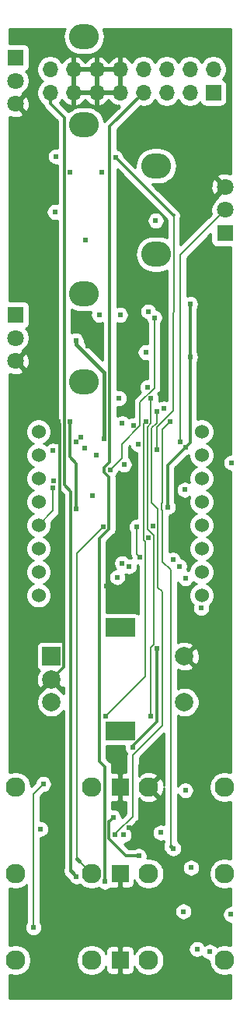
<source format=gbr>
G04 #@! TF.GenerationSoftware,KiCad,Pcbnew,(5.1.5)-3*
G04 #@! TF.CreationDate,2020-03-27T15:51:16+00:00*
G04 #@! TF.ProjectId,wagyu,77616779-752e-46b6-9963-61645f706362,rev?*
G04 #@! TF.SameCoordinates,Original*
G04 #@! TF.FileFunction,Copper,L3,Inr*
G04 #@! TF.FilePolarity,Positive*
%FSLAX46Y46*%
G04 Gerber Fmt 4.6, Leading zero omitted, Abs format (unit mm)*
G04 Created by KiCad (PCBNEW (5.1.5)-3) date 2020-03-27 15:51:16*
%MOMM*%
%LPD*%
G04 APERTURE LIST*
%ADD10R,2.000000X2.000000*%
%ADD11C,2.000000*%
%ADD12R,3.200000X2.000000*%
%ADD13C,1.524000*%
%ADD14O,1.700000X1.700000*%
%ADD15R,1.700000X1.700000*%
%ADD16O,3.240000X2.720000*%
%ADD17C,1.800000*%
%ADD18R,1.800000X1.800000*%
%ADD19C,2.130000*%
%ADD20R,1.830000X1.930000*%
%ADD21C,0.609600*%
%ADD22C,0.304800*%
%ADD23C,0.203200*%
%ADD24C,0.457200*%
%ADD25C,0.254000*%
G04 APERTURE END LIST*
D10*
X30607000Y-94234000D03*
D11*
X30607000Y-96734000D03*
X30607000Y-99234000D03*
D12*
X38107000Y-91134000D03*
X38107000Y-102334000D03*
D11*
X45107000Y-94234000D03*
X45107000Y-99234000D03*
D13*
X29210000Y-69850000D03*
X29210000Y-72390000D03*
X29210000Y-74930000D03*
X29210000Y-77470000D03*
X29210000Y-80010000D03*
X29210000Y-82550000D03*
X29210000Y-85090000D03*
X29210000Y-87630000D03*
X46990000Y-69850000D03*
X46990000Y-72390000D03*
X46990000Y-74930000D03*
X46990000Y-77470000D03*
X46990000Y-80010000D03*
X46990000Y-82550000D03*
X46990000Y-85090000D03*
X46990000Y-87630000D03*
D14*
X30480000Y-30480000D03*
X30480000Y-33020000D03*
X33020000Y-30480000D03*
X33020000Y-33020000D03*
X35560000Y-30480000D03*
X35560000Y-33020000D03*
X38100000Y-30480000D03*
X38100000Y-33020000D03*
X40640000Y-30480000D03*
X40640000Y-33020000D03*
X43180000Y-30480000D03*
X43180000Y-33020000D03*
X45720000Y-30480000D03*
X45720000Y-33020000D03*
X48260000Y-30480000D03*
D15*
X48260000Y-33020000D03*
D16*
X34170000Y-26910000D03*
X34170000Y-36510000D03*
D17*
X26670000Y-34210000D03*
X26670000Y-31710000D03*
D18*
X26670000Y-29210000D03*
D16*
X42030000Y-50560000D03*
X42030000Y-40960000D03*
D17*
X49530000Y-43260000D03*
X49530000Y-45760000D03*
D18*
X49530000Y-48260000D03*
D16*
X34170000Y-54850000D03*
X34170000Y-64450000D03*
D17*
X26670000Y-62150000D03*
X26670000Y-59650000D03*
D18*
X26670000Y-57150000D03*
D19*
X49500000Y-127254000D03*
D20*
X38100000Y-127254000D03*
D19*
X41200000Y-127254000D03*
X49500000Y-117856000D03*
D20*
X38100000Y-117856000D03*
D19*
X41200000Y-117856000D03*
X26700000Y-127254000D03*
D20*
X38100000Y-127254000D03*
D19*
X35000000Y-127254000D03*
X26700000Y-117856000D03*
D20*
X38100000Y-117856000D03*
D19*
X35000000Y-117856000D03*
X49500000Y-108458000D03*
D20*
X38100000Y-108458000D03*
D19*
X41200000Y-108458000D03*
X26700000Y-108458000D03*
D20*
X38100000Y-108458000D03*
D19*
X35000000Y-108458000D03*
D21*
X42115500Y-93392000D03*
X41078900Y-65013500D03*
X39497004Y-104140000D03*
X31556300Y-79834300D03*
X31324000Y-68782800D03*
X48539500Y-92445300D03*
X47244000Y-67310000D03*
X47542300Y-64135000D03*
X42672000Y-63754000D03*
X45466000Y-81280000D03*
X36893500Y-84455000D03*
X36576000Y-86614000D03*
X49530000Y-93218000D03*
X32004000Y-120904000D03*
X42672000Y-125222000D03*
X28975800Y-126746000D03*
X27432000Y-97536000D03*
X49022000Y-99568000D03*
X36520000Y-100733200D03*
X40890900Y-68715000D03*
X41450000Y-66237600D03*
X41416500Y-100760400D03*
X42088000Y-67613100D03*
X43537500Y-68790300D03*
X43888700Y-115123600D03*
X40132000Y-115951000D03*
X37337998Y-111760000D03*
X46952561Y-89017525D03*
X35814000Y-57150000D03*
X38100000Y-57150000D03*
X39066400Y-112825600D03*
X34607500Y-60579000D03*
X37515821Y-113583200D03*
X36449000Y-118745000D03*
X33344500Y-118153900D03*
X36273700Y-80173100D03*
X47879000Y-126365000D03*
X50185800Y-122301000D03*
X46482000Y-126047500D03*
X42545000Y-113411000D03*
X29419500Y-113011000D03*
X38481000Y-113665000D03*
X36068000Y-41656000D03*
X32639000Y-41656000D03*
X45736700Y-55952200D03*
X45210000Y-71552500D03*
X33344000Y-78254100D03*
X32643700Y-68742000D03*
X43307000Y-78041500D03*
X41984100Y-46915900D03*
X30988000Y-45974000D03*
X34290000Y-49022000D03*
X45736700Y-61705300D03*
X29722900Y-108113100D03*
X28645800Y-123715300D03*
X45005600Y-121967600D03*
X45212000Y-108816000D03*
X30788600Y-71901300D03*
X40894000Y-61214000D03*
X36995100Y-73981800D03*
X41823200Y-57455300D03*
X41159500Y-56782200D03*
X35115500Y-76771500D03*
X40081600Y-71234300D03*
X33274000Y-59944000D03*
X36322000Y-70612000D03*
X44637800Y-70988400D03*
X42134300Y-71772600D03*
X31115000Y-39941500D03*
X37593800Y-40068500D03*
X34271800Y-71594200D03*
X35469000Y-72401300D03*
X44547400Y-84473100D03*
X33819900Y-70402000D03*
X43851700Y-83759200D03*
X33292800Y-70962900D03*
X40268000Y-83460200D03*
X39927000Y-80163800D03*
X39080500Y-84471400D03*
X41203200Y-81372200D03*
X38326400Y-84128800D03*
X41655600Y-80092100D03*
X30799400Y-75988900D03*
X30826100Y-75184000D03*
X42854400Y-67331500D03*
X39536900Y-69139700D03*
X37969000Y-66219000D03*
X38336400Y-68940600D03*
X45157600Y-76155100D03*
X38517700Y-73402000D03*
X45212000Y-85788500D03*
X37782500Y-85661500D03*
X45847000Y-117221000D03*
X50228500Y-73215500D03*
D22*
X42115500Y-93392000D02*
X42115500Y-101377200D01*
X42115500Y-101377200D02*
X39441400Y-104051300D01*
X30607000Y-96734000D02*
X31912200Y-95428800D01*
X31912200Y-95428800D02*
X31912200Y-80190200D01*
X31912200Y-80190200D02*
X31556300Y-79834300D01*
X31324000Y-68782800D02*
X31556300Y-69015100D01*
X31556300Y-69015100D02*
X31556300Y-79834300D01*
X38100000Y-117856000D02*
X38100000Y-127254000D01*
D23*
X36520000Y-100733200D02*
X40834700Y-96418500D01*
X40834700Y-96418500D02*
X40834700Y-81800200D01*
X40834700Y-81800200D02*
X40644100Y-81609600D01*
X40644100Y-81609600D02*
X40644100Y-68961800D01*
X40644100Y-68961800D02*
X40890900Y-68715000D01*
X41450000Y-66237600D02*
X41450000Y-68946700D01*
X41450000Y-68946700D02*
X41089900Y-69306800D01*
X41089900Y-69306800D02*
X41089900Y-80468200D01*
X41089900Y-80468200D02*
X41762300Y-81140600D01*
X41762300Y-81140600D02*
X41762300Y-92954500D01*
X41762300Y-92954500D02*
X41416500Y-93300300D01*
X41416500Y-93300300D02*
X41416500Y-100760400D01*
X42088000Y-68887800D02*
X42088000Y-67613100D01*
X41526100Y-69449700D02*
X42088000Y-68887800D01*
X39497000Y-104951200D02*
X42674600Y-101773600D01*
X39497000Y-105791000D02*
X39497000Y-104951200D01*
X41526100Y-77547700D02*
X41526100Y-69449700D01*
X42674600Y-101773600D02*
X42674600Y-87199900D01*
X42674600Y-87199900D02*
X42220000Y-86745300D01*
X42220000Y-86745300D02*
X42220000Y-78241600D01*
X42220000Y-78241600D02*
X41526100Y-77547700D01*
D24*
X43634700Y-114869600D02*
X43888700Y-115123600D01*
D22*
X36906211Y-112191787D02*
X37033199Y-112064799D01*
X38769390Y-115951000D02*
X36906211Y-114087821D01*
X36906211Y-114087821D02*
X36906211Y-112191787D01*
X40132000Y-115951000D02*
X38769390Y-115951000D01*
X37033199Y-112064799D02*
X37337998Y-111760000D01*
D23*
X37820620Y-113278401D02*
X37515821Y-113583200D01*
X39449100Y-105507100D02*
X39449100Y-111649921D01*
X39449100Y-111649921D02*
X37820620Y-113278401D01*
X42746700Y-78435226D02*
X42746700Y-83950000D01*
X42746700Y-77520774D02*
X42621199Y-77646275D01*
X42621199Y-77646275D02*
X42621199Y-78309725D01*
X42621199Y-78309725D02*
X42746700Y-78435226D01*
X42746700Y-69581100D02*
X42746700Y-77520774D01*
X42746700Y-83950000D02*
X43634700Y-84838000D01*
X43634700Y-84838000D02*
X43634700Y-114869600D01*
X43537500Y-68790300D02*
X42746700Y-69581100D01*
D22*
X36449000Y-118313948D02*
X36449000Y-118745000D01*
X36449000Y-106235500D02*
X36449000Y-118313948D01*
X36883900Y-80463500D02*
X35863400Y-81484000D01*
X36883900Y-74733000D02*
X36883900Y-80463500D01*
X36984200Y-36675800D02*
X36984200Y-73130200D01*
X36984200Y-73130200D02*
X36385200Y-73729200D01*
X35863400Y-81484000D02*
X35863400Y-105649900D01*
X36385200Y-74234300D02*
X36883900Y-74733000D01*
X40640000Y-33020000D02*
X36984200Y-36675800D01*
X35863400Y-105649900D02*
X36449000Y-106235500D01*
X36385200Y-73729200D02*
X36385200Y-74234300D01*
X33344500Y-118153900D02*
X32970800Y-117780200D01*
X32716800Y-117526200D02*
X32716800Y-76335400D01*
X32716800Y-76335400D02*
X32029000Y-75647600D01*
X32029000Y-75647600D02*
X32029000Y-35724100D01*
X32029000Y-35724100D02*
X30480000Y-34175100D01*
X30480000Y-33020000D02*
X30480000Y-34175100D01*
D24*
X32970800Y-117780200D02*
X32716800Y-117526200D01*
D23*
X35000000Y-117856000D02*
X33675300Y-116531300D01*
X33421300Y-116277300D02*
X33421300Y-83032000D01*
X33421300Y-83032000D02*
X36273700Y-80179600D01*
X36273700Y-80179600D02*
X36273700Y-80173100D01*
D24*
X33675300Y-116531300D02*
X33421300Y-116277300D01*
D22*
X45210000Y-71552500D02*
X45736700Y-71025800D01*
X45736700Y-71025800D02*
X45736700Y-61705300D01*
X33344000Y-78254100D02*
X33344000Y-73287100D01*
X33344000Y-73287100D02*
X32643700Y-72586800D01*
X32643700Y-72586800D02*
X32643700Y-68742000D01*
X43307000Y-77610448D02*
X43307000Y-78041500D01*
X45210000Y-71552500D02*
X43307000Y-73455500D01*
X43307000Y-73455500D02*
X43307000Y-77610448D01*
X45736700Y-61705300D02*
X45736700Y-55952200D01*
D23*
X28645800Y-123715300D02*
X28645800Y-109190200D01*
X28645800Y-109190200D02*
X29722900Y-108113100D01*
X41823200Y-57455300D02*
X41823200Y-65073500D01*
X41823200Y-65073500D02*
X40284600Y-66612100D01*
X40284600Y-66612100D02*
X40284600Y-69182800D01*
X40284600Y-69182800D02*
X38288900Y-71178500D01*
X38288900Y-71178500D02*
X38288900Y-72688000D01*
X38288900Y-72688000D02*
X36995100Y-73981800D01*
D24*
X33274000Y-60375052D02*
X35890948Y-62992000D01*
X33274000Y-59944000D02*
X33274000Y-60375052D01*
X35890948Y-62992000D02*
X36322000Y-63423052D01*
X36322000Y-63423052D02*
X36322000Y-70612000D01*
D23*
X49530000Y-45760000D02*
X44637800Y-50652200D01*
X44637800Y-50652200D02*
X44637800Y-70988400D01*
X43923700Y-67555600D02*
X42134300Y-69345000D01*
X42134300Y-69345000D02*
X42134300Y-71772600D01*
D22*
X43880300Y-46355000D02*
X43942000Y-46355000D01*
X37593800Y-40068500D02*
X43880300Y-46355000D01*
D23*
X43942000Y-46355000D02*
X43923700Y-67555600D01*
X40268000Y-83460200D02*
X39927000Y-83119200D01*
X39927000Y-83119200D02*
X39927000Y-80163800D01*
X29210000Y-80010000D02*
X30799400Y-78420600D01*
X30799400Y-78420600D02*
X30799400Y-75988900D01*
D25*
G36*
X32057943Y-26142853D02*
G01*
X31943867Y-26518912D01*
X31905348Y-26910000D01*
X31943867Y-27301088D01*
X32057943Y-27677147D01*
X32243193Y-28023725D01*
X32492497Y-28327503D01*
X32796275Y-28576807D01*
X33142853Y-28762057D01*
X33518912Y-28876133D01*
X33812002Y-28905000D01*
X34527998Y-28905000D01*
X34821088Y-28876133D01*
X35197147Y-28762057D01*
X35543725Y-28576807D01*
X35847503Y-28327503D01*
X36096807Y-28023725D01*
X36282057Y-27677147D01*
X36396133Y-27301088D01*
X36434652Y-26910000D01*
X36396133Y-26518912D01*
X36282057Y-26142853D01*
X36237771Y-26060000D01*
X50140000Y-26060000D01*
X50140000Y-41850114D01*
X50058225Y-41810842D01*
X49765358Y-41735635D01*
X49463447Y-41719009D01*
X49164093Y-41761603D01*
X48878801Y-41861778D01*
X48729208Y-41941739D01*
X48645525Y-42195920D01*
X49530000Y-43080395D01*
X49544143Y-43066253D01*
X49723748Y-43245858D01*
X49709605Y-43260000D01*
X49723748Y-43274143D01*
X49544143Y-43453748D01*
X49530000Y-43439605D01*
X48645525Y-44324080D01*
X48694310Y-44472262D01*
X48551495Y-44567688D01*
X48337688Y-44781495D01*
X48169701Y-45032905D01*
X48053989Y-45312257D01*
X47995000Y-45608816D01*
X47995000Y-45911184D01*
X48051759Y-46196531D01*
X44675822Y-49572469D01*
X44678353Y-46640076D01*
X44718006Y-46509357D01*
X44733209Y-46355000D01*
X44718006Y-46200643D01*
X44672982Y-46052217D01*
X44599866Y-45915428D01*
X44501469Y-45795531D01*
X44381572Y-45697134D01*
X44283639Y-45644787D01*
X41965405Y-43326553D01*
X47989009Y-43326553D01*
X48031603Y-43625907D01*
X48131778Y-43911199D01*
X48211739Y-44060792D01*
X48465920Y-44144475D01*
X49350395Y-43260000D01*
X48465920Y-42375525D01*
X48211739Y-42459208D01*
X48080842Y-42731775D01*
X48005635Y-43024642D01*
X47989009Y-43326553D01*
X41965405Y-43326553D01*
X41585313Y-42946462D01*
X41672002Y-42955000D01*
X42387998Y-42955000D01*
X42681088Y-42926133D01*
X43057147Y-42812057D01*
X43403725Y-42626807D01*
X43707503Y-42377503D01*
X43956807Y-42073725D01*
X44142057Y-41727147D01*
X44256133Y-41351088D01*
X44294652Y-40960000D01*
X44256133Y-40568912D01*
X44142057Y-40192853D01*
X43956807Y-39846275D01*
X43707503Y-39542497D01*
X43403725Y-39293193D01*
X43057147Y-39107943D01*
X42681088Y-38993867D01*
X42387998Y-38965000D01*
X41672002Y-38965000D01*
X41378912Y-38993867D01*
X41002853Y-39107943D01*
X40656275Y-39293193D01*
X40352497Y-39542497D01*
X40103193Y-39846275D01*
X39917943Y-40192853D01*
X39803867Y-40568912D01*
X39765348Y-40960000D01*
X39783538Y-41144688D01*
X38513441Y-39874591D01*
X38497484Y-39794371D01*
X38426640Y-39623338D01*
X38323790Y-39469413D01*
X38192887Y-39338510D01*
X38038962Y-39235660D01*
X37867929Y-39164816D01*
X37771600Y-39145655D01*
X37771600Y-37001950D01*
X40305912Y-34467638D01*
X40493740Y-34505000D01*
X40786260Y-34505000D01*
X41073158Y-34447932D01*
X41343411Y-34335990D01*
X41586632Y-34173475D01*
X41793475Y-33966632D01*
X41910000Y-33792240D01*
X42026525Y-33966632D01*
X42233368Y-34173475D01*
X42476589Y-34335990D01*
X42746842Y-34447932D01*
X43033740Y-34505000D01*
X43326260Y-34505000D01*
X43613158Y-34447932D01*
X43883411Y-34335990D01*
X44126632Y-34173475D01*
X44333475Y-33966632D01*
X44450000Y-33792240D01*
X44566525Y-33966632D01*
X44773368Y-34173475D01*
X45016589Y-34335990D01*
X45286842Y-34447932D01*
X45573740Y-34505000D01*
X45866260Y-34505000D01*
X46153158Y-34447932D01*
X46423411Y-34335990D01*
X46666632Y-34173475D01*
X46798487Y-34041620D01*
X46820498Y-34114180D01*
X46879463Y-34224494D01*
X46958815Y-34321185D01*
X47055506Y-34400537D01*
X47165820Y-34459502D01*
X47285518Y-34495812D01*
X47410000Y-34508072D01*
X49110000Y-34508072D01*
X49234482Y-34495812D01*
X49354180Y-34459502D01*
X49464494Y-34400537D01*
X49561185Y-34321185D01*
X49640537Y-34224494D01*
X49699502Y-34114180D01*
X49735812Y-33994482D01*
X49748072Y-33870000D01*
X49748072Y-32170000D01*
X49735812Y-32045518D01*
X49699502Y-31925820D01*
X49640537Y-31815506D01*
X49561185Y-31718815D01*
X49464494Y-31639463D01*
X49354180Y-31580498D01*
X49281620Y-31558487D01*
X49413475Y-31426632D01*
X49575990Y-31183411D01*
X49687932Y-30913158D01*
X49745000Y-30626260D01*
X49745000Y-30333740D01*
X49687932Y-30046842D01*
X49575990Y-29776589D01*
X49413475Y-29533368D01*
X49206632Y-29326525D01*
X48963411Y-29164010D01*
X48693158Y-29052068D01*
X48406260Y-28995000D01*
X48113740Y-28995000D01*
X47826842Y-29052068D01*
X47556589Y-29164010D01*
X47313368Y-29326525D01*
X47106525Y-29533368D01*
X46990000Y-29707760D01*
X46873475Y-29533368D01*
X46666632Y-29326525D01*
X46423411Y-29164010D01*
X46153158Y-29052068D01*
X45866260Y-28995000D01*
X45573740Y-28995000D01*
X45286842Y-29052068D01*
X45016589Y-29164010D01*
X44773368Y-29326525D01*
X44566525Y-29533368D01*
X44450000Y-29707760D01*
X44333475Y-29533368D01*
X44126632Y-29326525D01*
X43883411Y-29164010D01*
X43613158Y-29052068D01*
X43326260Y-28995000D01*
X43033740Y-28995000D01*
X42746842Y-29052068D01*
X42476589Y-29164010D01*
X42233368Y-29326525D01*
X42026525Y-29533368D01*
X41910000Y-29707760D01*
X41793475Y-29533368D01*
X41586632Y-29326525D01*
X41343411Y-29164010D01*
X41073158Y-29052068D01*
X40786260Y-28995000D01*
X40493740Y-28995000D01*
X40206842Y-29052068D01*
X39936589Y-29164010D01*
X39693368Y-29326525D01*
X39486525Y-29533368D01*
X39364805Y-29715534D01*
X39295178Y-29598645D01*
X39100269Y-29382412D01*
X38866920Y-29208359D01*
X38604099Y-29083175D01*
X38456890Y-29038524D01*
X38227000Y-29159845D01*
X38227000Y-30353000D01*
X38247000Y-30353000D01*
X38247000Y-30607000D01*
X38227000Y-30607000D01*
X38227000Y-32893000D01*
X38247000Y-32893000D01*
X38247000Y-33147000D01*
X38227000Y-33147000D01*
X38227000Y-33167000D01*
X37973000Y-33167000D01*
X37973000Y-33147000D01*
X35687000Y-33147000D01*
X35687000Y-34340155D01*
X35916890Y-34461476D01*
X36064099Y-34416825D01*
X36326920Y-34291641D01*
X36560269Y-34117588D01*
X36755178Y-33901355D01*
X36830000Y-33775745D01*
X36904822Y-33901355D01*
X37099731Y-34117588D01*
X37333080Y-34291641D01*
X37595901Y-34416825D01*
X37743110Y-34461476D01*
X37972998Y-34340156D01*
X37972998Y-34505000D01*
X38041450Y-34505000D01*
X36454778Y-36091672D01*
X36424731Y-36116331D01*
X36398970Y-36147721D01*
X36396133Y-36118912D01*
X36282057Y-35742853D01*
X36096807Y-35396275D01*
X35847503Y-35092497D01*
X35543725Y-34843193D01*
X35197147Y-34657943D01*
X34821088Y-34543867D01*
X34527998Y-34515000D01*
X33812002Y-34515000D01*
X33518912Y-34543867D01*
X33142853Y-34657943D01*
X32796275Y-34843193D01*
X32502631Y-35084180D01*
X31509279Y-34090828D01*
X31633475Y-33966632D01*
X31755195Y-33784466D01*
X31824822Y-33901355D01*
X32019731Y-34117588D01*
X32253080Y-34291641D01*
X32515901Y-34416825D01*
X32663110Y-34461476D01*
X32893000Y-34340155D01*
X32893000Y-33147000D01*
X33147000Y-33147000D01*
X33147000Y-34340155D01*
X33376890Y-34461476D01*
X33524099Y-34416825D01*
X33786920Y-34291641D01*
X34020269Y-34117588D01*
X34215178Y-33901355D01*
X34290000Y-33775745D01*
X34364822Y-33901355D01*
X34559731Y-34117588D01*
X34793080Y-34291641D01*
X35055901Y-34416825D01*
X35203110Y-34461476D01*
X35433000Y-34340155D01*
X35433000Y-33147000D01*
X33147000Y-33147000D01*
X32893000Y-33147000D01*
X32873000Y-33147000D01*
X32873000Y-32893000D01*
X32893000Y-32893000D01*
X32893000Y-30607000D01*
X33147000Y-30607000D01*
X33147000Y-32893000D01*
X35433000Y-32893000D01*
X35433000Y-30607000D01*
X35687000Y-30607000D01*
X35687000Y-32893000D01*
X37973000Y-32893000D01*
X37973000Y-30607000D01*
X35687000Y-30607000D01*
X35433000Y-30607000D01*
X33147000Y-30607000D01*
X32893000Y-30607000D01*
X32873000Y-30607000D01*
X32873000Y-30353000D01*
X32893000Y-30353000D01*
X32893000Y-29159845D01*
X33147000Y-29159845D01*
X33147000Y-30353000D01*
X35433000Y-30353000D01*
X35433000Y-29159845D01*
X35687000Y-29159845D01*
X35687000Y-30353000D01*
X37973000Y-30353000D01*
X37973000Y-29159845D01*
X37743110Y-29038524D01*
X37595901Y-29083175D01*
X37333080Y-29208359D01*
X37099731Y-29382412D01*
X36904822Y-29598645D01*
X36830000Y-29724255D01*
X36755178Y-29598645D01*
X36560269Y-29382412D01*
X36326920Y-29208359D01*
X36064099Y-29083175D01*
X35916890Y-29038524D01*
X35687000Y-29159845D01*
X35433000Y-29159845D01*
X35203110Y-29038524D01*
X35055901Y-29083175D01*
X34793080Y-29208359D01*
X34559731Y-29382412D01*
X34364822Y-29598645D01*
X34290000Y-29724255D01*
X34215178Y-29598645D01*
X34020269Y-29382412D01*
X33786920Y-29208359D01*
X33524099Y-29083175D01*
X33376890Y-29038524D01*
X33147000Y-29159845D01*
X32893000Y-29159845D01*
X32663110Y-29038524D01*
X32515901Y-29083175D01*
X32253080Y-29208359D01*
X32019731Y-29382412D01*
X31824822Y-29598645D01*
X31755195Y-29715534D01*
X31633475Y-29533368D01*
X31426632Y-29326525D01*
X31183411Y-29164010D01*
X30913158Y-29052068D01*
X30626260Y-28995000D01*
X30333740Y-28995000D01*
X30046842Y-29052068D01*
X29776589Y-29164010D01*
X29533368Y-29326525D01*
X29326525Y-29533368D01*
X29164010Y-29776589D01*
X29052068Y-30046842D01*
X28995000Y-30333740D01*
X28995000Y-30626260D01*
X29052068Y-30913158D01*
X29164010Y-31183411D01*
X29326525Y-31426632D01*
X29533368Y-31633475D01*
X29707760Y-31750000D01*
X29533368Y-31866525D01*
X29326525Y-32073368D01*
X29164010Y-32316589D01*
X29052068Y-32586842D01*
X28995000Y-32873740D01*
X28995000Y-33166260D01*
X29052068Y-33453158D01*
X29164010Y-33723411D01*
X29326525Y-33966632D01*
X29533368Y-34173475D01*
X29699570Y-34284527D01*
X29703995Y-34329457D01*
X29749018Y-34477882D01*
X29801414Y-34575907D01*
X29822135Y-34614672D01*
X29920532Y-34734569D01*
X29950573Y-34759223D01*
X31241601Y-36050252D01*
X31241601Y-39008471D01*
X31207562Y-39001700D01*
X31022438Y-39001700D01*
X30840871Y-39037816D01*
X30669838Y-39108660D01*
X30515913Y-39211510D01*
X30385010Y-39342413D01*
X30282160Y-39496338D01*
X30211316Y-39667371D01*
X30175200Y-39848938D01*
X30175200Y-40034062D01*
X30211316Y-40215629D01*
X30282160Y-40386662D01*
X30385010Y-40540587D01*
X30515913Y-40671490D01*
X30669838Y-40774340D01*
X30840871Y-40845184D01*
X31022438Y-40881300D01*
X31207562Y-40881300D01*
X31241601Y-40874529D01*
X31241601Y-45066233D01*
X31080562Y-45034200D01*
X30895438Y-45034200D01*
X30713871Y-45070316D01*
X30542838Y-45141160D01*
X30388913Y-45244010D01*
X30258010Y-45374913D01*
X30155160Y-45528838D01*
X30084316Y-45699871D01*
X30048200Y-45881438D01*
X30048200Y-46066562D01*
X30084316Y-46248129D01*
X30155160Y-46419162D01*
X30258010Y-46573087D01*
X30388913Y-46703990D01*
X30542838Y-46806840D01*
X30713871Y-46877684D01*
X30895438Y-46913800D01*
X31080562Y-46913800D01*
X31241601Y-46881767D01*
X31241600Y-71073697D01*
X31233762Y-71068460D01*
X31062729Y-70997616D01*
X30881162Y-70961500D01*
X30696038Y-70961500D01*
X30514471Y-70997616D01*
X30343438Y-71068460D01*
X30189513Y-71171310D01*
X30073804Y-71287019D01*
X29871727Y-71151995D01*
X29794485Y-71120000D01*
X29871727Y-71088005D01*
X30100535Y-70935120D01*
X30295120Y-70740535D01*
X30448005Y-70511727D01*
X30553314Y-70257490D01*
X30607000Y-69987592D01*
X30607000Y-69712408D01*
X30553314Y-69442510D01*
X30448005Y-69188273D01*
X30295120Y-68959465D01*
X30100535Y-68764880D01*
X29871727Y-68611995D01*
X29617490Y-68506686D01*
X29347592Y-68453000D01*
X29072408Y-68453000D01*
X28802510Y-68506686D01*
X28548273Y-68611995D01*
X28319465Y-68764880D01*
X28124880Y-68959465D01*
X27971995Y-69188273D01*
X27866686Y-69442510D01*
X27813000Y-69712408D01*
X27813000Y-69987592D01*
X27866686Y-70257490D01*
X27971995Y-70511727D01*
X28124880Y-70740535D01*
X28319465Y-70935120D01*
X28548273Y-71088005D01*
X28625515Y-71120000D01*
X28548273Y-71151995D01*
X28319465Y-71304880D01*
X28124880Y-71499465D01*
X27971995Y-71728273D01*
X27866686Y-71982510D01*
X27813000Y-72252408D01*
X27813000Y-72527592D01*
X27866686Y-72797490D01*
X27971995Y-73051727D01*
X28124880Y-73280535D01*
X28319465Y-73475120D01*
X28548273Y-73628005D01*
X28625515Y-73660000D01*
X28548273Y-73691995D01*
X28319465Y-73844880D01*
X28124880Y-74039465D01*
X27971995Y-74268273D01*
X27866686Y-74522510D01*
X27813000Y-74792408D01*
X27813000Y-75067592D01*
X27866686Y-75337490D01*
X27971995Y-75591727D01*
X28124880Y-75820535D01*
X28319465Y-76015120D01*
X28548273Y-76168005D01*
X28625515Y-76200000D01*
X28548273Y-76231995D01*
X28319465Y-76384880D01*
X28124880Y-76579465D01*
X27971995Y-76808273D01*
X27866686Y-77062510D01*
X27813000Y-77332408D01*
X27813000Y-77607592D01*
X27866686Y-77877490D01*
X27971995Y-78131727D01*
X28124880Y-78360535D01*
X28319465Y-78555120D01*
X28548273Y-78708005D01*
X28625515Y-78740000D01*
X28548273Y-78771995D01*
X28319465Y-78924880D01*
X28124880Y-79119465D01*
X27971995Y-79348273D01*
X27866686Y-79602510D01*
X27813000Y-79872408D01*
X27813000Y-80147592D01*
X27866686Y-80417490D01*
X27971995Y-80671727D01*
X28124880Y-80900535D01*
X28319465Y-81095120D01*
X28548273Y-81248005D01*
X28625515Y-81280000D01*
X28548273Y-81311995D01*
X28319465Y-81464880D01*
X28124880Y-81659465D01*
X27971995Y-81888273D01*
X27866686Y-82142510D01*
X27813000Y-82412408D01*
X27813000Y-82687592D01*
X27866686Y-82957490D01*
X27971995Y-83211727D01*
X28124880Y-83440535D01*
X28319465Y-83635120D01*
X28548273Y-83788005D01*
X28625515Y-83820000D01*
X28548273Y-83851995D01*
X28319465Y-84004880D01*
X28124880Y-84199465D01*
X27971995Y-84428273D01*
X27866686Y-84682510D01*
X27813000Y-84952408D01*
X27813000Y-85227592D01*
X27866686Y-85497490D01*
X27971995Y-85751727D01*
X28124880Y-85980535D01*
X28319465Y-86175120D01*
X28548273Y-86328005D01*
X28625515Y-86360000D01*
X28548273Y-86391995D01*
X28319465Y-86544880D01*
X28124880Y-86739465D01*
X27971995Y-86968273D01*
X27866686Y-87222510D01*
X27813000Y-87492408D01*
X27813000Y-87767592D01*
X27866686Y-88037490D01*
X27971995Y-88291727D01*
X28124880Y-88520535D01*
X28319465Y-88715120D01*
X28548273Y-88868005D01*
X28802510Y-88973314D01*
X29072408Y-89027000D01*
X29347592Y-89027000D01*
X29617490Y-88973314D01*
X29871727Y-88868005D01*
X30100535Y-88715120D01*
X30295120Y-88520535D01*
X30448005Y-88291727D01*
X30553314Y-88037490D01*
X30607000Y-87767592D01*
X30607000Y-87492408D01*
X30553314Y-87222510D01*
X30448005Y-86968273D01*
X30295120Y-86739465D01*
X30100535Y-86544880D01*
X29871727Y-86391995D01*
X29794485Y-86360000D01*
X29871727Y-86328005D01*
X30100535Y-86175120D01*
X30295120Y-85980535D01*
X30448005Y-85751727D01*
X30553314Y-85497490D01*
X30607000Y-85227592D01*
X30607000Y-84952408D01*
X30553314Y-84682510D01*
X30448005Y-84428273D01*
X30295120Y-84199465D01*
X30100535Y-84004880D01*
X29871727Y-83851995D01*
X29794485Y-83820000D01*
X29871727Y-83788005D01*
X30100535Y-83635120D01*
X30295120Y-83440535D01*
X30448005Y-83211727D01*
X30553314Y-82957490D01*
X30607000Y-82687592D01*
X30607000Y-82412408D01*
X30553314Y-82142510D01*
X30448005Y-81888273D01*
X30295120Y-81659465D01*
X30100535Y-81464880D01*
X29871727Y-81311995D01*
X29794485Y-81280000D01*
X29871727Y-81248005D01*
X30100535Y-81095120D01*
X30295120Y-80900535D01*
X30448005Y-80671727D01*
X30553314Y-80417490D01*
X30607000Y-80147592D01*
X30607000Y-79872408D01*
X30570882Y-79690828D01*
X31294673Y-78967037D01*
X31322774Y-78943975D01*
X31345837Y-78915873D01*
X31345842Y-78915868D01*
X31413768Y-78833100D01*
X31414824Y-78831813D01*
X31483222Y-78703849D01*
X31525342Y-78564999D01*
X31536000Y-78456786D01*
X31536000Y-78456777D01*
X31539563Y-78420601D01*
X31536000Y-78384425D01*
X31536000Y-76578094D01*
X31632240Y-76434062D01*
X31652646Y-76384797D01*
X31929401Y-76661552D01*
X31929401Y-92686308D01*
X31851180Y-92644498D01*
X31731482Y-92608188D01*
X31607000Y-92595928D01*
X29607000Y-92595928D01*
X29482518Y-92608188D01*
X29362820Y-92644498D01*
X29252506Y-92703463D01*
X29155815Y-92782815D01*
X29076463Y-92879506D01*
X29017498Y-92989820D01*
X28981188Y-93109518D01*
X28968928Y-93234000D01*
X28968928Y-95234000D01*
X28981188Y-95358482D01*
X29017498Y-95478180D01*
X29076463Y-95588494D01*
X29155815Y-95685185D01*
X29252506Y-95764537D01*
X29356223Y-95819976D01*
X29207186Y-95873956D01*
X29066296Y-96163571D01*
X28984616Y-96475108D01*
X28965282Y-96796595D01*
X29009039Y-97115675D01*
X29114205Y-97420088D01*
X29207186Y-97594044D01*
X29471587Y-97689808D01*
X30427395Y-96734000D01*
X30413253Y-96719858D01*
X30592858Y-96540253D01*
X30607000Y-96554395D01*
X30621143Y-96540253D01*
X30800748Y-96719858D01*
X30786605Y-96734000D01*
X31742413Y-97689808D01*
X31929400Y-97622083D01*
X31929400Y-98270190D01*
X31876987Y-98191748D01*
X31649252Y-97964013D01*
X31552065Y-97899075D01*
X31562808Y-97869413D01*
X30607000Y-96913605D01*
X29651192Y-97869413D01*
X29661935Y-97899075D01*
X29564748Y-97964013D01*
X29337013Y-98191748D01*
X29158082Y-98459537D01*
X29034832Y-98757088D01*
X28972000Y-99072967D01*
X28972000Y-99395033D01*
X29034832Y-99710912D01*
X29158082Y-100008463D01*
X29337013Y-100276252D01*
X29564748Y-100503987D01*
X29832537Y-100682918D01*
X30130088Y-100806168D01*
X30445967Y-100869000D01*
X30768033Y-100869000D01*
X31083912Y-100806168D01*
X31381463Y-100682918D01*
X31649252Y-100503987D01*
X31876987Y-100276252D01*
X31929400Y-100197810D01*
X31929400Y-117167323D01*
X31915079Y-117194116D01*
X31865696Y-117356906D01*
X31849022Y-117526200D01*
X31865696Y-117695494D01*
X31915079Y-117858284D01*
X31995269Y-118008311D01*
X32076148Y-118106861D01*
X32390138Y-118420852D01*
X32462411Y-118480165D01*
X32511660Y-118599062D01*
X32614510Y-118752987D01*
X32745413Y-118883890D01*
X32899338Y-118986740D01*
X33070371Y-119057584D01*
X33251938Y-119093700D01*
X33437062Y-119093700D01*
X33618629Y-119057584D01*
X33745053Y-119005217D01*
X33916313Y-119176477D01*
X34194748Y-119362521D01*
X34504128Y-119490670D01*
X34832565Y-119556000D01*
X35167435Y-119556000D01*
X35495872Y-119490670D01*
X35757304Y-119382381D01*
X35849913Y-119474990D01*
X36003838Y-119577840D01*
X36174871Y-119648684D01*
X36356438Y-119684800D01*
X36541562Y-119684800D01*
X36723129Y-119648684D01*
X36894162Y-119577840D01*
X37048087Y-119474990D01*
X37074853Y-119448224D01*
X37185000Y-119459072D01*
X37814250Y-119456000D01*
X37973000Y-119297250D01*
X37973000Y-117983000D01*
X37953000Y-117983000D01*
X37953000Y-117729000D01*
X37973000Y-117729000D01*
X37973000Y-117709000D01*
X38227000Y-117709000D01*
X38227000Y-117729000D01*
X38247000Y-117729000D01*
X38247000Y-117983000D01*
X38227000Y-117983000D01*
X38227000Y-119297250D01*
X38385750Y-119456000D01*
X39015000Y-119459072D01*
X39139482Y-119446812D01*
X39259180Y-119410502D01*
X39369494Y-119351537D01*
X39466185Y-119272185D01*
X39545537Y-119175494D01*
X39604502Y-119065180D01*
X39640812Y-118945482D01*
X39653072Y-118821000D01*
X39651895Y-118560860D01*
X39693479Y-118661252D01*
X39879523Y-118939687D01*
X40116313Y-119176477D01*
X40394748Y-119362521D01*
X40704128Y-119490670D01*
X41032565Y-119556000D01*
X41367435Y-119556000D01*
X41695872Y-119490670D01*
X42005252Y-119362521D01*
X42283687Y-119176477D01*
X42520477Y-118939687D01*
X42706521Y-118661252D01*
X42834670Y-118351872D01*
X42900000Y-118023435D01*
X42900000Y-117688565D01*
X42834670Y-117360128D01*
X42738702Y-117128438D01*
X44907200Y-117128438D01*
X44907200Y-117313562D01*
X44943316Y-117495129D01*
X45014160Y-117666162D01*
X45117010Y-117820087D01*
X45247913Y-117950990D01*
X45401838Y-118053840D01*
X45572871Y-118124684D01*
X45754438Y-118160800D01*
X45939562Y-118160800D01*
X46121129Y-118124684D01*
X46292162Y-118053840D01*
X46446087Y-117950990D01*
X46576990Y-117820087D01*
X46679840Y-117666162D01*
X46750684Y-117495129D01*
X46786800Y-117313562D01*
X46786800Y-117128438D01*
X46750684Y-116946871D01*
X46679840Y-116775838D01*
X46576990Y-116621913D01*
X46446087Y-116491010D01*
X46292162Y-116388160D01*
X46121129Y-116317316D01*
X45939562Y-116281200D01*
X45754438Y-116281200D01*
X45572871Y-116317316D01*
X45401838Y-116388160D01*
X45247913Y-116491010D01*
X45117010Y-116621913D01*
X45014160Y-116775838D01*
X44943316Y-116946871D01*
X44907200Y-117128438D01*
X42738702Y-117128438D01*
X42706521Y-117050748D01*
X42520477Y-116772313D01*
X42283687Y-116535523D01*
X42005252Y-116349479D01*
X41695872Y-116221330D01*
X41367435Y-116156000D01*
X41049435Y-116156000D01*
X41071800Y-116043562D01*
X41071800Y-115858438D01*
X41035684Y-115676871D01*
X40964840Y-115505838D01*
X40861990Y-115351913D01*
X40731087Y-115221010D01*
X40577162Y-115118160D01*
X40406129Y-115047316D01*
X40224562Y-115011200D01*
X40039438Y-115011200D01*
X39857871Y-115047316D01*
X39686838Y-115118160D01*
X39618833Y-115163600D01*
X39095541Y-115163600D01*
X38536741Y-114604800D01*
X38573562Y-114604800D01*
X38755129Y-114568684D01*
X38926162Y-114497840D01*
X39080087Y-114394990D01*
X39210990Y-114264087D01*
X39313840Y-114110162D01*
X39384684Y-113939129D01*
X39420800Y-113757562D01*
X39420800Y-113572438D01*
X39384684Y-113390871D01*
X39313840Y-113219838D01*
X39210990Y-113065913D01*
X39142904Y-112997827D01*
X39944369Y-112196362D01*
X39972475Y-112173296D01*
X40064524Y-112061134D01*
X40132922Y-111933170D01*
X40175042Y-111794320D01*
X40185700Y-111686107D01*
X40189264Y-111649921D01*
X40185700Y-111613735D01*
X40185700Y-109651908D01*
X40197845Y-109639763D01*
X40301454Y-109910807D01*
X40602148Y-110058190D01*
X40925818Y-110144078D01*
X41260023Y-110165171D01*
X41591922Y-110120658D01*
X41908760Y-110012250D01*
X42098546Y-109910807D01*
X42202156Y-109639761D01*
X41200000Y-108637605D01*
X41185858Y-108651748D01*
X41006253Y-108472143D01*
X41020395Y-108458000D01*
X41006253Y-108443858D01*
X41185858Y-108264253D01*
X41200000Y-108278395D01*
X42202156Y-107276239D01*
X42098546Y-107005193D01*
X41797852Y-106857810D01*
X41474182Y-106771922D01*
X41139977Y-106750829D01*
X40808078Y-106795342D01*
X40491240Y-106903750D01*
X40301454Y-107005193D01*
X40197845Y-107276237D01*
X40185700Y-107264092D01*
X40185700Y-106058169D01*
X40222942Y-105935399D01*
X40233600Y-105827186D01*
X40233600Y-105256309D01*
X42898101Y-102591809D01*
X42898101Y-108330347D01*
X42862658Y-108066078D01*
X42754250Y-107749240D01*
X42652807Y-107559454D01*
X42381761Y-107455844D01*
X41379605Y-108458000D01*
X42381761Y-109460156D01*
X42652807Y-109356546D01*
X42800190Y-109055852D01*
X42886078Y-108732182D01*
X42898101Y-108541689D01*
X42898101Y-112540027D01*
X42819129Y-112507316D01*
X42637562Y-112471200D01*
X42452438Y-112471200D01*
X42270871Y-112507316D01*
X42099838Y-112578160D01*
X41945913Y-112681010D01*
X41815010Y-112811913D01*
X41712160Y-112965838D01*
X41641316Y-113136871D01*
X41605200Y-113318438D01*
X41605200Y-113503562D01*
X41641316Y-113685129D01*
X41712160Y-113856162D01*
X41815010Y-114010087D01*
X41945913Y-114140990D01*
X42099838Y-114243840D01*
X42270871Y-114314684D01*
X42452438Y-114350800D01*
X42637562Y-114350800D01*
X42819129Y-114314684D01*
X42898101Y-114281973D01*
X42898101Y-114415680D01*
X42832979Y-114537516D01*
X42783596Y-114700306D01*
X42766922Y-114869600D01*
X42783596Y-115038894D01*
X42832979Y-115201684D01*
X42913169Y-115351711D01*
X42994048Y-115450261D01*
X43015775Y-115471988D01*
X43055860Y-115568762D01*
X43158710Y-115722687D01*
X43289613Y-115853590D01*
X43443538Y-115956440D01*
X43614571Y-116027284D01*
X43796138Y-116063400D01*
X43981262Y-116063400D01*
X44162829Y-116027284D01*
X44333862Y-115956440D01*
X44487787Y-115853590D01*
X44618690Y-115722687D01*
X44721540Y-115568762D01*
X44792384Y-115397729D01*
X44828500Y-115216162D01*
X44828500Y-115031038D01*
X44792384Y-114849471D01*
X44721540Y-114678438D01*
X44618690Y-114524513D01*
X44487787Y-114393610D01*
X44371300Y-114315775D01*
X44371300Y-109242186D01*
X44379160Y-109261162D01*
X44482010Y-109415087D01*
X44612913Y-109545990D01*
X44766838Y-109648840D01*
X44937871Y-109719684D01*
X45119438Y-109755800D01*
X45304562Y-109755800D01*
X45486129Y-109719684D01*
X45657162Y-109648840D01*
X45811087Y-109545990D01*
X45941990Y-109415087D01*
X46044840Y-109261162D01*
X46115684Y-109090129D01*
X46151800Y-108908562D01*
X46151800Y-108723438D01*
X46115684Y-108541871D01*
X46044840Y-108370838D01*
X45941990Y-108216913D01*
X45811087Y-108086010D01*
X45657162Y-107983160D01*
X45486129Y-107912316D01*
X45304562Y-107876200D01*
X45119438Y-107876200D01*
X44937871Y-107912316D01*
X44766838Y-107983160D01*
X44612913Y-108086010D01*
X44482010Y-108216913D01*
X44379160Y-108370838D01*
X44371300Y-108389814D01*
X44371300Y-100698974D01*
X44630088Y-100806168D01*
X44945967Y-100869000D01*
X45268033Y-100869000D01*
X45583912Y-100806168D01*
X45881463Y-100682918D01*
X46149252Y-100503987D01*
X46376987Y-100276252D01*
X46555918Y-100008463D01*
X46679168Y-99710912D01*
X46742000Y-99395033D01*
X46742000Y-99072967D01*
X46679168Y-98757088D01*
X46555918Y-98459537D01*
X46376987Y-98191748D01*
X46149252Y-97964013D01*
X45881463Y-97785082D01*
X45583912Y-97661832D01*
X45268033Y-97599000D01*
X44945967Y-97599000D01*
X44630088Y-97661832D01*
X44371300Y-97769026D01*
X44371300Y-95694304D01*
X44536571Y-95774704D01*
X44848108Y-95856384D01*
X45169595Y-95875718D01*
X45488675Y-95831961D01*
X45793088Y-95726795D01*
X45967044Y-95633814D01*
X46062808Y-95369413D01*
X45107000Y-94413605D01*
X45092858Y-94427748D01*
X44913253Y-94248143D01*
X44927395Y-94234000D01*
X45286605Y-94234000D01*
X46242413Y-95189808D01*
X46506814Y-95094044D01*
X46647704Y-94804429D01*
X46729384Y-94492892D01*
X46748718Y-94171405D01*
X46704961Y-93852325D01*
X46599795Y-93547912D01*
X46506814Y-93373956D01*
X46242413Y-93278192D01*
X45286605Y-94234000D01*
X44927395Y-94234000D01*
X44913253Y-94219858D01*
X45092858Y-94040253D01*
X45107000Y-94054395D01*
X46062808Y-93098587D01*
X45967044Y-92834186D01*
X45677429Y-92693296D01*
X45365892Y-92611616D01*
X45044405Y-92592282D01*
X44725325Y-92636039D01*
X44420912Y-92741205D01*
X44371300Y-92767723D01*
X44371300Y-86214686D01*
X44379160Y-86233662D01*
X44482010Y-86387587D01*
X44612913Y-86518490D01*
X44766838Y-86621340D01*
X44937871Y-86692184D01*
X45119438Y-86728300D01*
X45304562Y-86728300D01*
X45486129Y-86692184D01*
X45657162Y-86621340D01*
X45811087Y-86518490D01*
X45941990Y-86387587D01*
X46044840Y-86233662D01*
X46077986Y-86153641D01*
X46099465Y-86175120D01*
X46328273Y-86328005D01*
X46405515Y-86360000D01*
X46328273Y-86391995D01*
X46099465Y-86544880D01*
X45904880Y-86739465D01*
X45751995Y-86968273D01*
X45646686Y-87222510D01*
X45593000Y-87492408D01*
X45593000Y-87767592D01*
X45646686Y-88037490D01*
X45751995Y-88291727D01*
X45904880Y-88520535D01*
X46071976Y-88687631D01*
X46048877Y-88743396D01*
X46012761Y-88924963D01*
X46012761Y-89110087D01*
X46048877Y-89291654D01*
X46119721Y-89462687D01*
X46222571Y-89616612D01*
X46353474Y-89747515D01*
X46507399Y-89850365D01*
X46678432Y-89921209D01*
X46859999Y-89957325D01*
X47045123Y-89957325D01*
X47226690Y-89921209D01*
X47397723Y-89850365D01*
X47551648Y-89747515D01*
X47682551Y-89616612D01*
X47785401Y-89462687D01*
X47856245Y-89291654D01*
X47892361Y-89110087D01*
X47892361Y-88924963D01*
X47856245Y-88743396D01*
X47852337Y-88733961D01*
X47880535Y-88715120D01*
X48075120Y-88520535D01*
X48228005Y-88291727D01*
X48333314Y-88037490D01*
X48387000Y-87767592D01*
X48387000Y-87492408D01*
X48333314Y-87222510D01*
X48228005Y-86968273D01*
X48075120Y-86739465D01*
X47880535Y-86544880D01*
X47651727Y-86391995D01*
X47574485Y-86360000D01*
X47651727Y-86328005D01*
X47880535Y-86175120D01*
X48075120Y-85980535D01*
X48228005Y-85751727D01*
X48333314Y-85497490D01*
X48387000Y-85227592D01*
X48387000Y-84952408D01*
X48333314Y-84682510D01*
X48228005Y-84428273D01*
X48075120Y-84199465D01*
X47880535Y-84004880D01*
X47651727Y-83851995D01*
X47574485Y-83820000D01*
X47651727Y-83788005D01*
X47880535Y-83635120D01*
X48075120Y-83440535D01*
X48228005Y-83211727D01*
X48333314Y-82957490D01*
X48387000Y-82687592D01*
X48387000Y-82412408D01*
X48333314Y-82142510D01*
X48228005Y-81888273D01*
X48075120Y-81659465D01*
X47880535Y-81464880D01*
X47651727Y-81311995D01*
X47574485Y-81280000D01*
X47651727Y-81248005D01*
X47880535Y-81095120D01*
X48075120Y-80900535D01*
X48228005Y-80671727D01*
X48333314Y-80417490D01*
X48387000Y-80147592D01*
X48387000Y-79872408D01*
X48333314Y-79602510D01*
X48228005Y-79348273D01*
X48075120Y-79119465D01*
X47880535Y-78924880D01*
X47651727Y-78771995D01*
X47574485Y-78740000D01*
X47651727Y-78708005D01*
X47880535Y-78555120D01*
X48075120Y-78360535D01*
X48228005Y-78131727D01*
X48333314Y-77877490D01*
X48387000Y-77607592D01*
X48387000Y-77332408D01*
X48333314Y-77062510D01*
X48228005Y-76808273D01*
X48075120Y-76579465D01*
X47880535Y-76384880D01*
X47651727Y-76231995D01*
X47574485Y-76200000D01*
X47651727Y-76168005D01*
X47880535Y-76015120D01*
X48075120Y-75820535D01*
X48228005Y-75591727D01*
X48333314Y-75337490D01*
X48387000Y-75067592D01*
X48387000Y-74792408D01*
X48333314Y-74522510D01*
X48228005Y-74268273D01*
X48075120Y-74039465D01*
X47880535Y-73844880D01*
X47651727Y-73691995D01*
X47574485Y-73660000D01*
X47651727Y-73628005D01*
X47880535Y-73475120D01*
X48075120Y-73280535D01*
X48228005Y-73051727D01*
X48333314Y-72797490D01*
X48387000Y-72527592D01*
X48387000Y-72252408D01*
X48333314Y-71982510D01*
X48228005Y-71728273D01*
X48075120Y-71499465D01*
X47880535Y-71304880D01*
X47651727Y-71151995D01*
X47574485Y-71120000D01*
X47651727Y-71088005D01*
X47880535Y-70935120D01*
X48075120Y-70740535D01*
X48228005Y-70511727D01*
X48333314Y-70257490D01*
X48387000Y-69987592D01*
X48387000Y-69712408D01*
X48333314Y-69442510D01*
X48228005Y-69188273D01*
X48075120Y-68959465D01*
X47880535Y-68764880D01*
X47651727Y-68611995D01*
X47397490Y-68506686D01*
X47127592Y-68453000D01*
X46852408Y-68453000D01*
X46582510Y-68506686D01*
X46524100Y-68530880D01*
X46524100Y-62218467D01*
X46569540Y-62150462D01*
X46640384Y-61979429D01*
X46676500Y-61797862D01*
X46676500Y-61612738D01*
X46640384Y-61431171D01*
X46569540Y-61260138D01*
X46524100Y-61192133D01*
X46524100Y-56465367D01*
X46569540Y-56397362D01*
X46640384Y-56226329D01*
X46676500Y-56044762D01*
X46676500Y-55859638D01*
X46640384Y-55678071D01*
X46569540Y-55507038D01*
X46466690Y-55353113D01*
X46335787Y-55222210D01*
X46181862Y-55119360D01*
X46010829Y-55048516D01*
X45829262Y-55012400D01*
X45644138Y-55012400D01*
X45462571Y-55048516D01*
X45374400Y-55085038D01*
X45374400Y-50957309D01*
X47991928Y-48339782D01*
X47991928Y-49160000D01*
X48004188Y-49284482D01*
X48040498Y-49404180D01*
X48099463Y-49514494D01*
X48178815Y-49611185D01*
X48275506Y-49690537D01*
X48385820Y-49749502D01*
X48505518Y-49785812D01*
X48630000Y-49798072D01*
X50140000Y-49798072D01*
X50140000Y-72275700D01*
X50135938Y-72275700D01*
X49954371Y-72311816D01*
X49783338Y-72382660D01*
X49629413Y-72485510D01*
X49498510Y-72616413D01*
X49395660Y-72770338D01*
X49324816Y-72941371D01*
X49288700Y-73122938D01*
X49288700Y-73308062D01*
X49324816Y-73489629D01*
X49395660Y-73660662D01*
X49498510Y-73814587D01*
X49629413Y-73945490D01*
X49783338Y-74048340D01*
X49954371Y-74119184D01*
X50135938Y-74155300D01*
X50140000Y-74155300D01*
X50140001Y-106883030D01*
X49995872Y-106823330D01*
X49667435Y-106758000D01*
X49332565Y-106758000D01*
X49004128Y-106823330D01*
X48694748Y-106951479D01*
X48416313Y-107137523D01*
X48179523Y-107374313D01*
X47993479Y-107652748D01*
X47865330Y-107962128D01*
X47800000Y-108290565D01*
X47800000Y-108625435D01*
X47865330Y-108953872D01*
X47993479Y-109263252D01*
X48179523Y-109541687D01*
X48416313Y-109778477D01*
X48694748Y-109964521D01*
X49004128Y-110092670D01*
X49332565Y-110158000D01*
X49667435Y-110158000D01*
X49995872Y-110092670D01*
X50140001Y-110032970D01*
X50140001Y-116281030D01*
X49995872Y-116221330D01*
X49667435Y-116156000D01*
X49332565Y-116156000D01*
X49004128Y-116221330D01*
X48694748Y-116349479D01*
X48416313Y-116535523D01*
X48179523Y-116772313D01*
X47993479Y-117050748D01*
X47865330Y-117360128D01*
X47800000Y-117688565D01*
X47800000Y-118023435D01*
X47865330Y-118351872D01*
X47993479Y-118661252D01*
X48179523Y-118939687D01*
X48416313Y-119176477D01*
X48694748Y-119362521D01*
X49004128Y-119490670D01*
X49332565Y-119556000D01*
X49667435Y-119556000D01*
X49995872Y-119490670D01*
X50140001Y-119430970D01*
X50140001Y-121361200D01*
X50093238Y-121361200D01*
X49911671Y-121397316D01*
X49740638Y-121468160D01*
X49586713Y-121571010D01*
X49455810Y-121701913D01*
X49352960Y-121855838D01*
X49282116Y-122026871D01*
X49246000Y-122208438D01*
X49246000Y-122393562D01*
X49282116Y-122575129D01*
X49352960Y-122746162D01*
X49455810Y-122900087D01*
X49586713Y-123030990D01*
X49740638Y-123133840D01*
X49911671Y-123204684D01*
X50093238Y-123240800D01*
X50140001Y-123240800D01*
X50140001Y-125679030D01*
X49995872Y-125619330D01*
X49667435Y-125554000D01*
X49332565Y-125554000D01*
X49004128Y-125619330D01*
X48694748Y-125747479D01*
X48626945Y-125792784D01*
X48608990Y-125765913D01*
X48478087Y-125635010D01*
X48324162Y-125532160D01*
X48153129Y-125461316D01*
X47971562Y-125425200D01*
X47786438Y-125425200D01*
X47604871Y-125461316D01*
X47433838Y-125532160D01*
X47317868Y-125609649D01*
X47314840Y-125602338D01*
X47211990Y-125448413D01*
X47081087Y-125317510D01*
X46927162Y-125214660D01*
X46756129Y-125143816D01*
X46574562Y-125107700D01*
X46389438Y-125107700D01*
X46207871Y-125143816D01*
X46036838Y-125214660D01*
X45882913Y-125317510D01*
X45752010Y-125448413D01*
X45649160Y-125602338D01*
X45578316Y-125773371D01*
X45542200Y-125954938D01*
X45542200Y-126140062D01*
X45578316Y-126321629D01*
X45649160Y-126492662D01*
X45752010Y-126646587D01*
X45882913Y-126777490D01*
X46036838Y-126880340D01*
X46207871Y-126951184D01*
X46389438Y-126987300D01*
X46574562Y-126987300D01*
X46756129Y-126951184D01*
X46927162Y-126880340D01*
X47043132Y-126802851D01*
X47046160Y-126810162D01*
X47149010Y-126964087D01*
X47279913Y-127094990D01*
X47433838Y-127197840D01*
X47604871Y-127268684D01*
X47786438Y-127304800D01*
X47800000Y-127304800D01*
X47800000Y-127421435D01*
X47865330Y-127749872D01*
X47993479Y-128059252D01*
X48179523Y-128337687D01*
X48416313Y-128574477D01*
X48694748Y-128760521D01*
X49004128Y-128888670D01*
X49332565Y-128954000D01*
X49667435Y-128954000D01*
X49995872Y-128888670D01*
X50140001Y-128828970D01*
X50140001Y-131420000D01*
X26060000Y-131420000D01*
X26060000Y-128828970D01*
X26204128Y-128888670D01*
X26532565Y-128954000D01*
X26867435Y-128954000D01*
X27195872Y-128888670D01*
X27505252Y-128760521D01*
X27783687Y-128574477D01*
X28020477Y-128337687D01*
X28206521Y-128059252D01*
X28334670Y-127749872D01*
X28400000Y-127421435D01*
X28400000Y-127086565D01*
X33300000Y-127086565D01*
X33300000Y-127421435D01*
X33365330Y-127749872D01*
X33493479Y-128059252D01*
X33679523Y-128337687D01*
X33916313Y-128574477D01*
X34194748Y-128760521D01*
X34504128Y-128888670D01*
X34832565Y-128954000D01*
X35167435Y-128954000D01*
X35495872Y-128888670D01*
X35805252Y-128760521D01*
X36083687Y-128574477D01*
X36320477Y-128337687D01*
X36506521Y-128059252D01*
X36548105Y-127958860D01*
X36546928Y-128219000D01*
X36559188Y-128343482D01*
X36595498Y-128463180D01*
X36654463Y-128573494D01*
X36733815Y-128670185D01*
X36830506Y-128749537D01*
X36940820Y-128808502D01*
X37060518Y-128844812D01*
X37185000Y-128857072D01*
X37814250Y-128854000D01*
X37973000Y-128695250D01*
X37973000Y-127381000D01*
X37953000Y-127381000D01*
X37953000Y-127127000D01*
X37973000Y-127127000D01*
X37973000Y-125812750D01*
X38227000Y-125812750D01*
X38227000Y-127127000D01*
X38247000Y-127127000D01*
X38247000Y-127381000D01*
X38227000Y-127381000D01*
X38227000Y-128695250D01*
X38385750Y-128854000D01*
X39015000Y-128857072D01*
X39139482Y-128844812D01*
X39259180Y-128808502D01*
X39369494Y-128749537D01*
X39466185Y-128670185D01*
X39545537Y-128573494D01*
X39604502Y-128463180D01*
X39640812Y-128343482D01*
X39653072Y-128219000D01*
X39651895Y-127958860D01*
X39693479Y-128059252D01*
X39879523Y-128337687D01*
X40116313Y-128574477D01*
X40394748Y-128760521D01*
X40704128Y-128888670D01*
X41032565Y-128954000D01*
X41367435Y-128954000D01*
X41695872Y-128888670D01*
X42005252Y-128760521D01*
X42283687Y-128574477D01*
X42520477Y-128337687D01*
X42706521Y-128059252D01*
X42834670Y-127749872D01*
X42900000Y-127421435D01*
X42900000Y-127086565D01*
X42834670Y-126758128D01*
X42706521Y-126448748D01*
X42520477Y-126170313D01*
X42283687Y-125933523D01*
X42005252Y-125747479D01*
X41695872Y-125619330D01*
X41367435Y-125554000D01*
X41032565Y-125554000D01*
X40704128Y-125619330D01*
X40394748Y-125747479D01*
X40116313Y-125933523D01*
X39879523Y-126170313D01*
X39693479Y-126448748D01*
X39651895Y-126549140D01*
X39653072Y-126289000D01*
X39640812Y-126164518D01*
X39604502Y-126044820D01*
X39545537Y-125934506D01*
X39466185Y-125837815D01*
X39369494Y-125758463D01*
X39259180Y-125699498D01*
X39139482Y-125663188D01*
X39015000Y-125650928D01*
X38385750Y-125654000D01*
X38227000Y-125812750D01*
X37973000Y-125812750D01*
X37814250Y-125654000D01*
X37185000Y-125650928D01*
X37060518Y-125663188D01*
X36940820Y-125699498D01*
X36830506Y-125758463D01*
X36733815Y-125837815D01*
X36654463Y-125934506D01*
X36595498Y-126044820D01*
X36559188Y-126164518D01*
X36546928Y-126289000D01*
X36548105Y-126549140D01*
X36506521Y-126448748D01*
X36320477Y-126170313D01*
X36083687Y-125933523D01*
X35805252Y-125747479D01*
X35495872Y-125619330D01*
X35167435Y-125554000D01*
X34832565Y-125554000D01*
X34504128Y-125619330D01*
X34194748Y-125747479D01*
X33916313Y-125933523D01*
X33679523Y-126170313D01*
X33493479Y-126448748D01*
X33365330Y-126758128D01*
X33300000Y-127086565D01*
X28400000Y-127086565D01*
X28334670Y-126758128D01*
X28206521Y-126448748D01*
X28020477Y-126170313D01*
X27783687Y-125933523D01*
X27505252Y-125747479D01*
X27195872Y-125619330D01*
X26867435Y-125554000D01*
X26532565Y-125554000D01*
X26204128Y-125619330D01*
X26060000Y-125679030D01*
X26060000Y-119430970D01*
X26204128Y-119490670D01*
X26532565Y-119556000D01*
X26867435Y-119556000D01*
X27195872Y-119490670D01*
X27505252Y-119362521D01*
X27783687Y-119176477D01*
X27909200Y-119050964D01*
X27909200Y-123126105D01*
X27812960Y-123270138D01*
X27742116Y-123441171D01*
X27706000Y-123622738D01*
X27706000Y-123807862D01*
X27742116Y-123989429D01*
X27812960Y-124160462D01*
X27915810Y-124314387D01*
X28046713Y-124445290D01*
X28200638Y-124548140D01*
X28371671Y-124618984D01*
X28553238Y-124655100D01*
X28738362Y-124655100D01*
X28919929Y-124618984D01*
X29090962Y-124548140D01*
X29244887Y-124445290D01*
X29375790Y-124314387D01*
X29478640Y-124160462D01*
X29549484Y-123989429D01*
X29585600Y-123807862D01*
X29585600Y-123622738D01*
X29549484Y-123441171D01*
X29478640Y-123270138D01*
X29382400Y-123126106D01*
X29382400Y-121875038D01*
X44065800Y-121875038D01*
X44065800Y-122060162D01*
X44101916Y-122241729D01*
X44172760Y-122412762D01*
X44275610Y-122566687D01*
X44406513Y-122697590D01*
X44560438Y-122800440D01*
X44731471Y-122871284D01*
X44913038Y-122907400D01*
X45098162Y-122907400D01*
X45279729Y-122871284D01*
X45450762Y-122800440D01*
X45604687Y-122697590D01*
X45735590Y-122566687D01*
X45838440Y-122412762D01*
X45909284Y-122241729D01*
X45945400Y-122060162D01*
X45945400Y-121875038D01*
X45909284Y-121693471D01*
X45838440Y-121522438D01*
X45735590Y-121368513D01*
X45604687Y-121237610D01*
X45450762Y-121134760D01*
X45279729Y-121063916D01*
X45098162Y-121027800D01*
X44913038Y-121027800D01*
X44731471Y-121063916D01*
X44560438Y-121134760D01*
X44406513Y-121237610D01*
X44275610Y-121368513D01*
X44172760Y-121522438D01*
X44101916Y-121693471D01*
X44065800Y-121875038D01*
X29382400Y-121875038D01*
X29382400Y-113950800D01*
X29512062Y-113950800D01*
X29693629Y-113914684D01*
X29864662Y-113843840D01*
X30018587Y-113740990D01*
X30149490Y-113610087D01*
X30252340Y-113456162D01*
X30323184Y-113285129D01*
X30359300Y-113103562D01*
X30359300Y-112918438D01*
X30323184Y-112736871D01*
X30252340Y-112565838D01*
X30149490Y-112411913D01*
X30018587Y-112281010D01*
X29864662Y-112178160D01*
X29693629Y-112107316D01*
X29512062Y-112071200D01*
X29382400Y-112071200D01*
X29382400Y-109495309D01*
X29827130Y-109050579D01*
X29997029Y-109016784D01*
X30168062Y-108945940D01*
X30321987Y-108843090D01*
X30452890Y-108712187D01*
X30555740Y-108558262D01*
X30626584Y-108387229D01*
X30662700Y-108205662D01*
X30662700Y-108020538D01*
X30626584Y-107838971D01*
X30555740Y-107667938D01*
X30452890Y-107514013D01*
X30321987Y-107383110D01*
X30168062Y-107280260D01*
X29997029Y-107209416D01*
X29815462Y-107173300D01*
X29630338Y-107173300D01*
X29448771Y-107209416D01*
X29277738Y-107280260D01*
X29123813Y-107383110D01*
X28992910Y-107514013D01*
X28890060Y-107667938D01*
X28819216Y-107838971D01*
X28785421Y-108008870D01*
X28400000Y-108394291D01*
X28400000Y-108290565D01*
X28334670Y-107962128D01*
X28206521Y-107652748D01*
X28020477Y-107374313D01*
X27783687Y-107137523D01*
X27505252Y-106951479D01*
X27195872Y-106823330D01*
X26867435Y-106758000D01*
X26532565Y-106758000D01*
X26204128Y-106823330D01*
X26060000Y-106883030D01*
X26060000Y-63559887D01*
X26141775Y-63599158D01*
X26434642Y-63674365D01*
X26736553Y-63690991D01*
X27035907Y-63648397D01*
X27321199Y-63548222D01*
X27470792Y-63468261D01*
X27554475Y-63214080D01*
X26670000Y-62329605D01*
X26655858Y-62343748D01*
X26476253Y-62164143D01*
X26490395Y-62150000D01*
X26849605Y-62150000D01*
X27734080Y-63034475D01*
X27988261Y-62950792D01*
X28119158Y-62678225D01*
X28194365Y-62385358D01*
X28210991Y-62083447D01*
X28168397Y-61784093D01*
X28068222Y-61498801D01*
X27988261Y-61349208D01*
X27734080Y-61265525D01*
X26849605Y-62150000D01*
X26490395Y-62150000D01*
X26476253Y-62135858D01*
X26655858Y-61956253D01*
X26670000Y-61970395D01*
X27554475Y-61085920D01*
X27505690Y-60937738D01*
X27648505Y-60842312D01*
X27862312Y-60628505D01*
X28030299Y-60377095D01*
X28146011Y-60097743D01*
X28205000Y-59801184D01*
X28205000Y-59498816D01*
X28146011Y-59202257D01*
X28030299Y-58922905D01*
X27862312Y-58671495D01*
X27824697Y-58633880D01*
X27924494Y-58580537D01*
X28021185Y-58501185D01*
X28100537Y-58404494D01*
X28159502Y-58294180D01*
X28195812Y-58174482D01*
X28208072Y-58050000D01*
X28208072Y-56250000D01*
X28195812Y-56125518D01*
X28159502Y-56005820D01*
X28100537Y-55895506D01*
X28021185Y-55798815D01*
X27924494Y-55719463D01*
X27814180Y-55660498D01*
X27694482Y-55624188D01*
X27570000Y-55611928D01*
X26060000Y-55611928D01*
X26060000Y-35619887D01*
X26141775Y-35659158D01*
X26434642Y-35734365D01*
X26736553Y-35750991D01*
X27035907Y-35708397D01*
X27321199Y-35608222D01*
X27470792Y-35528261D01*
X27554475Y-35274080D01*
X26670000Y-34389605D01*
X26655858Y-34403748D01*
X26476253Y-34224143D01*
X26490395Y-34210000D01*
X26849605Y-34210000D01*
X27734080Y-35094475D01*
X27988261Y-35010792D01*
X28119158Y-34738225D01*
X28194365Y-34445358D01*
X28210991Y-34143447D01*
X28168397Y-33844093D01*
X28068222Y-33558801D01*
X27988261Y-33409208D01*
X27734080Y-33325525D01*
X26849605Y-34210000D01*
X26490395Y-34210000D01*
X26476253Y-34195858D01*
X26655858Y-34016253D01*
X26670000Y-34030395D01*
X27554475Y-33145920D01*
X27505690Y-32997738D01*
X27648505Y-32902312D01*
X27862312Y-32688505D01*
X28030299Y-32437095D01*
X28146011Y-32157743D01*
X28205000Y-31861184D01*
X28205000Y-31558816D01*
X28146011Y-31262257D01*
X28030299Y-30982905D01*
X27862312Y-30731495D01*
X27824697Y-30693880D01*
X27924494Y-30640537D01*
X28021185Y-30561185D01*
X28100537Y-30464494D01*
X28159502Y-30354180D01*
X28195812Y-30234482D01*
X28208072Y-30110000D01*
X28208072Y-28310000D01*
X28195812Y-28185518D01*
X28159502Y-28065820D01*
X28100537Y-27955506D01*
X28021185Y-27858815D01*
X27924494Y-27779463D01*
X27814180Y-27720498D01*
X27694482Y-27684188D01*
X27570000Y-27671928D01*
X26060000Y-27671928D01*
X26060000Y-26060000D01*
X32102229Y-26060000D01*
X32057943Y-26142853D01*
G37*
X32057943Y-26142853D02*
X31943867Y-26518912D01*
X31905348Y-26910000D01*
X31943867Y-27301088D01*
X32057943Y-27677147D01*
X32243193Y-28023725D01*
X32492497Y-28327503D01*
X32796275Y-28576807D01*
X33142853Y-28762057D01*
X33518912Y-28876133D01*
X33812002Y-28905000D01*
X34527998Y-28905000D01*
X34821088Y-28876133D01*
X35197147Y-28762057D01*
X35543725Y-28576807D01*
X35847503Y-28327503D01*
X36096807Y-28023725D01*
X36282057Y-27677147D01*
X36396133Y-27301088D01*
X36434652Y-26910000D01*
X36396133Y-26518912D01*
X36282057Y-26142853D01*
X36237771Y-26060000D01*
X50140000Y-26060000D01*
X50140000Y-41850114D01*
X50058225Y-41810842D01*
X49765358Y-41735635D01*
X49463447Y-41719009D01*
X49164093Y-41761603D01*
X48878801Y-41861778D01*
X48729208Y-41941739D01*
X48645525Y-42195920D01*
X49530000Y-43080395D01*
X49544143Y-43066253D01*
X49723748Y-43245858D01*
X49709605Y-43260000D01*
X49723748Y-43274143D01*
X49544143Y-43453748D01*
X49530000Y-43439605D01*
X48645525Y-44324080D01*
X48694310Y-44472262D01*
X48551495Y-44567688D01*
X48337688Y-44781495D01*
X48169701Y-45032905D01*
X48053989Y-45312257D01*
X47995000Y-45608816D01*
X47995000Y-45911184D01*
X48051759Y-46196531D01*
X44675822Y-49572469D01*
X44678353Y-46640076D01*
X44718006Y-46509357D01*
X44733209Y-46355000D01*
X44718006Y-46200643D01*
X44672982Y-46052217D01*
X44599866Y-45915428D01*
X44501469Y-45795531D01*
X44381572Y-45697134D01*
X44283639Y-45644787D01*
X41965405Y-43326553D01*
X47989009Y-43326553D01*
X48031603Y-43625907D01*
X48131778Y-43911199D01*
X48211739Y-44060792D01*
X48465920Y-44144475D01*
X49350395Y-43260000D01*
X48465920Y-42375525D01*
X48211739Y-42459208D01*
X48080842Y-42731775D01*
X48005635Y-43024642D01*
X47989009Y-43326553D01*
X41965405Y-43326553D01*
X41585313Y-42946462D01*
X41672002Y-42955000D01*
X42387998Y-42955000D01*
X42681088Y-42926133D01*
X43057147Y-42812057D01*
X43403725Y-42626807D01*
X43707503Y-42377503D01*
X43956807Y-42073725D01*
X44142057Y-41727147D01*
X44256133Y-41351088D01*
X44294652Y-40960000D01*
X44256133Y-40568912D01*
X44142057Y-40192853D01*
X43956807Y-39846275D01*
X43707503Y-39542497D01*
X43403725Y-39293193D01*
X43057147Y-39107943D01*
X42681088Y-38993867D01*
X42387998Y-38965000D01*
X41672002Y-38965000D01*
X41378912Y-38993867D01*
X41002853Y-39107943D01*
X40656275Y-39293193D01*
X40352497Y-39542497D01*
X40103193Y-39846275D01*
X39917943Y-40192853D01*
X39803867Y-40568912D01*
X39765348Y-40960000D01*
X39783538Y-41144688D01*
X38513441Y-39874591D01*
X38497484Y-39794371D01*
X38426640Y-39623338D01*
X38323790Y-39469413D01*
X38192887Y-39338510D01*
X38038962Y-39235660D01*
X37867929Y-39164816D01*
X37771600Y-39145655D01*
X37771600Y-37001950D01*
X40305912Y-34467638D01*
X40493740Y-34505000D01*
X40786260Y-34505000D01*
X41073158Y-34447932D01*
X41343411Y-34335990D01*
X41586632Y-34173475D01*
X41793475Y-33966632D01*
X41910000Y-33792240D01*
X42026525Y-33966632D01*
X42233368Y-34173475D01*
X42476589Y-34335990D01*
X42746842Y-34447932D01*
X43033740Y-34505000D01*
X43326260Y-34505000D01*
X43613158Y-34447932D01*
X43883411Y-34335990D01*
X44126632Y-34173475D01*
X44333475Y-33966632D01*
X44450000Y-33792240D01*
X44566525Y-33966632D01*
X44773368Y-34173475D01*
X45016589Y-34335990D01*
X45286842Y-34447932D01*
X45573740Y-34505000D01*
X45866260Y-34505000D01*
X46153158Y-34447932D01*
X46423411Y-34335990D01*
X46666632Y-34173475D01*
X46798487Y-34041620D01*
X46820498Y-34114180D01*
X46879463Y-34224494D01*
X46958815Y-34321185D01*
X47055506Y-34400537D01*
X47165820Y-34459502D01*
X47285518Y-34495812D01*
X47410000Y-34508072D01*
X49110000Y-34508072D01*
X49234482Y-34495812D01*
X49354180Y-34459502D01*
X49464494Y-34400537D01*
X49561185Y-34321185D01*
X49640537Y-34224494D01*
X49699502Y-34114180D01*
X49735812Y-33994482D01*
X49748072Y-33870000D01*
X49748072Y-32170000D01*
X49735812Y-32045518D01*
X49699502Y-31925820D01*
X49640537Y-31815506D01*
X49561185Y-31718815D01*
X49464494Y-31639463D01*
X49354180Y-31580498D01*
X49281620Y-31558487D01*
X49413475Y-31426632D01*
X49575990Y-31183411D01*
X49687932Y-30913158D01*
X49745000Y-30626260D01*
X49745000Y-30333740D01*
X49687932Y-30046842D01*
X49575990Y-29776589D01*
X49413475Y-29533368D01*
X49206632Y-29326525D01*
X48963411Y-29164010D01*
X48693158Y-29052068D01*
X48406260Y-28995000D01*
X48113740Y-28995000D01*
X47826842Y-29052068D01*
X47556589Y-29164010D01*
X47313368Y-29326525D01*
X47106525Y-29533368D01*
X46990000Y-29707760D01*
X46873475Y-29533368D01*
X46666632Y-29326525D01*
X46423411Y-29164010D01*
X46153158Y-29052068D01*
X45866260Y-28995000D01*
X45573740Y-28995000D01*
X45286842Y-29052068D01*
X45016589Y-29164010D01*
X44773368Y-29326525D01*
X44566525Y-29533368D01*
X44450000Y-29707760D01*
X44333475Y-29533368D01*
X44126632Y-29326525D01*
X43883411Y-29164010D01*
X43613158Y-29052068D01*
X43326260Y-28995000D01*
X43033740Y-28995000D01*
X42746842Y-29052068D01*
X42476589Y-29164010D01*
X42233368Y-29326525D01*
X42026525Y-29533368D01*
X41910000Y-29707760D01*
X41793475Y-29533368D01*
X41586632Y-29326525D01*
X41343411Y-29164010D01*
X41073158Y-29052068D01*
X40786260Y-28995000D01*
X40493740Y-28995000D01*
X40206842Y-29052068D01*
X39936589Y-29164010D01*
X39693368Y-29326525D01*
X39486525Y-29533368D01*
X39364805Y-29715534D01*
X39295178Y-29598645D01*
X39100269Y-29382412D01*
X38866920Y-29208359D01*
X38604099Y-29083175D01*
X38456890Y-29038524D01*
X38227000Y-29159845D01*
X38227000Y-30353000D01*
X38247000Y-30353000D01*
X38247000Y-30607000D01*
X38227000Y-30607000D01*
X38227000Y-32893000D01*
X38247000Y-32893000D01*
X38247000Y-33147000D01*
X38227000Y-33147000D01*
X38227000Y-33167000D01*
X37973000Y-33167000D01*
X37973000Y-33147000D01*
X35687000Y-33147000D01*
X35687000Y-34340155D01*
X35916890Y-34461476D01*
X36064099Y-34416825D01*
X36326920Y-34291641D01*
X36560269Y-34117588D01*
X36755178Y-33901355D01*
X36830000Y-33775745D01*
X36904822Y-33901355D01*
X37099731Y-34117588D01*
X37333080Y-34291641D01*
X37595901Y-34416825D01*
X37743110Y-34461476D01*
X37972998Y-34340156D01*
X37972998Y-34505000D01*
X38041450Y-34505000D01*
X36454778Y-36091672D01*
X36424731Y-36116331D01*
X36398970Y-36147721D01*
X36396133Y-36118912D01*
X36282057Y-35742853D01*
X36096807Y-35396275D01*
X35847503Y-35092497D01*
X35543725Y-34843193D01*
X35197147Y-34657943D01*
X34821088Y-34543867D01*
X34527998Y-34515000D01*
X33812002Y-34515000D01*
X33518912Y-34543867D01*
X33142853Y-34657943D01*
X32796275Y-34843193D01*
X32502631Y-35084180D01*
X31509279Y-34090828D01*
X31633475Y-33966632D01*
X31755195Y-33784466D01*
X31824822Y-33901355D01*
X32019731Y-34117588D01*
X32253080Y-34291641D01*
X32515901Y-34416825D01*
X32663110Y-34461476D01*
X32893000Y-34340155D01*
X32893000Y-33147000D01*
X33147000Y-33147000D01*
X33147000Y-34340155D01*
X33376890Y-34461476D01*
X33524099Y-34416825D01*
X33786920Y-34291641D01*
X34020269Y-34117588D01*
X34215178Y-33901355D01*
X34290000Y-33775745D01*
X34364822Y-33901355D01*
X34559731Y-34117588D01*
X34793080Y-34291641D01*
X35055901Y-34416825D01*
X35203110Y-34461476D01*
X35433000Y-34340155D01*
X35433000Y-33147000D01*
X33147000Y-33147000D01*
X32893000Y-33147000D01*
X32873000Y-33147000D01*
X32873000Y-32893000D01*
X32893000Y-32893000D01*
X32893000Y-30607000D01*
X33147000Y-30607000D01*
X33147000Y-32893000D01*
X35433000Y-32893000D01*
X35433000Y-30607000D01*
X35687000Y-30607000D01*
X35687000Y-32893000D01*
X37973000Y-32893000D01*
X37973000Y-30607000D01*
X35687000Y-30607000D01*
X35433000Y-30607000D01*
X33147000Y-30607000D01*
X32893000Y-30607000D01*
X32873000Y-30607000D01*
X32873000Y-30353000D01*
X32893000Y-30353000D01*
X32893000Y-29159845D01*
X33147000Y-29159845D01*
X33147000Y-30353000D01*
X35433000Y-30353000D01*
X35433000Y-29159845D01*
X35687000Y-29159845D01*
X35687000Y-30353000D01*
X37973000Y-30353000D01*
X37973000Y-29159845D01*
X37743110Y-29038524D01*
X37595901Y-29083175D01*
X37333080Y-29208359D01*
X37099731Y-29382412D01*
X36904822Y-29598645D01*
X36830000Y-29724255D01*
X36755178Y-29598645D01*
X36560269Y-29382412D01*
X36326920Y-29208359D01*
X36064099Y-29083175D01*
X35916890Y-29038524D01*
X35687000Y-29159845D01*
X35433000Y-29159845D01*
X35203110Y-29038524D01*
X35055901Y-29083175D01*
X34793080Y-29208359D01*
X34559731Y-29382412D01*
X34364822Y-29598645D01*
X34290000Y-29724255D01*
X34215178Y-29598645D01*
X34020269Y-29382412D01*
X33786920Y-29208359D01*
X33524099Y-29083175D01*
X33376890Y-29038524D01*
X33147000Y-29159845D01*
X32893000Y-29159845D01*
X32663110Y-29038524D01*
X32515901Y-29083175D01*
X32253080Y-29208359D01*
X32019731Y-29382412D01*
X31824822Y-29598645D01*
X31755195Y-29715534D01*
X31633475Y-29533368D01*
X31426632Y-29326525D01*
X31183411Y-29164010D01*
X30913158Y-29052068D01*
X30626260Y-28995000D01*
X30333740Y-28995000D01*
X30046842Y-29052068D01*
X29776589Y-29164010D01*
X29533368Y-29326525D01*
X29326525Y-29533368D01*
X29164010Y-29776589D01*
X29052068Y-30046842D01*
X28995000Y-30333740D01*
X28995000Y-30626260D01*
X29052068Y-30913158D01*
X29164010Y-31183411D01*
X29326525Y-31426632D01*
X29533368Y-31633475D01*
X29707760Y-31750000D01*
X29533368Y-31866525D01*
X29326525Y-32073368D01*
X29164010Y-32316589D01*
X29052068Y-32586842D01*
X28995000Y-32873740D01*
X28995000Y-33166260D01*
X29052068Y-33453158D01*
X29164010Y-33723411D01*
X29326525Y-33966632D01*
X29533368Y-34173475D01*
X29699570Y-34284527D01*
X29703995Y-34329457D01*
X29749018Y-34477882D01*
X29801414Y-34575907D01*
X29822135Y-34614672D01*
X29920532Y-34734569D01*
X29950573Y-34759223D01*
X31241601Y-36050252D01*
X31241601Y-39008471D01*
X31207562Y-39001700D01*
X31022438Y-39001700D01*
X30840871Y-39037816D01*
X30669838Y-39108660D01*
X30515913Y-39211510D01*
X30385010Y-39342413D01*
X30282160Y-39496338D01*
X30211316Y-39667371D01*
X30175200Y-39848938D01*
X30175200Y-40034062D01*
X30211316Y-40215629D01*
X30282160Y-40386662D01*
X30385010Y-40540587D01*
X30515913Y-40671490D01*
X30669838Y-40774340D01*
X30840871Y-40845184D01*
X31022438Y-40881300D01*
X31207562Y-40881300D01*
X31241601Y-40874529D01*
X31241601Y-45066233D01*
X31080562Y-45034200D01*
X30895438Y-45034200D01*
X30713871Y-45070316D01*
X30542838Y-45141160D01*
X30388913Y-45244010D01*
X30258010Y-45374913D01*
X30155160Y-45528838D01*
X30084316Y-45699871D01*
X30048200Y-45881438D01*
X30048200Y-46066562D01*
X30084316Y-46248129D01*
X30155160Y-46419162D01*
X30258010Y-46573087D01*
X30388913Y-46703990D01*
X30542838Y-46806840D01*
X30713871Y-46877684D01*
X30895438Y-46913800D01*
X31080562Y-46913800D01*
X31241601Y-46881767D01*
X31241600Y-71073697D01*
X31233762Y-71068460D01*
X31062729Y-70997616D01*
X30881162Y-70961500D01*
X30696038Y-70961500D01*
X30514471Y-70997616D01*
X30343438Y-71068460D01*
X30189513Y-71171310D01*
X30073804Y-71287019D01*
X29871727Y-71151995D01*
X29794485Y-71120000D01*
X29871727Y-71088005D01*
X30100535Y-70935120D01*
X30295120Y-70740535D01*
X30448005Y-70511727D01*
X30553314Y-70257490D01*
X30607000Y-69987592D01*
X30607000Y-69712408D01*
X30553314Y-69442510D01*
X30448005Y-69188273D01*
X30295120Y-68959465D01*
X30100535Y-68764880D01*
X29871727Y-68611995D01*
X29617490Y-68506686D01*
X29347592Y-68453000D01*
X29072408Y-68453000D01*
X28802510Y-68506686D01*
X28548273Y-68611995D01*
X28319465Y-68764880D01*
X28124880Y-68959465D01*
X27971995Y-69188273D01*
X27866686Y-69442510D01*
X27813000Y-69712408D01*
X27813000Y-69987592D01*
X27866686Y-70257490D01*
X27971995Y-70511727D01*
X28124880Y-70740535D01*
X28319465Y-70935120D01*
X28548273Y-71088005D01*
X28625515Y-71120000D01*
X28548273Y-71151995D01*
X28319465Y-71304880D01*
X28124880Y-71499465D01*
X27971995Y-71728273D01*
X27866686Y-71982510D01*
X27813000Y-72252408D01*
X27813000Y-72527592D01*
X27866686Y-72797490D01*
X27971995Y-73051727D01*
X28124880Y-73280535D01*
X28319465Y-73475120D01*
X28548273Y-73628005D01*
X28625515Y-73660000D01*
X28548273Y-73691995D01*
X28319465Y-73844880D01*
X28124880Y-74039465D01*
X27971995Y-74268273D01*
X27866686Y-74522510D01*
X27813000Y-74792408D01*
X27813000Y-75067592D01*
X27866686Y-75337490D01*
X27971995Y-75591727D01*
X28124880Y-75820535D01*
X28319465Y-76015120D01*
X28548273Y-76168005D01*
X28625515Y-76200000D01*
X28548273Y-76231995D01*
X28319465Y-76384880D01*
X28124880Y-76579465D01*
X27971995Y-76808273D01*
X27866686Y-77062510D01*
X27813000Y-77332408D01*
X27813000Y-77607592D01*
X27866686Y-77877490D01*
X27971995Y-78131727D01*
X28124880Y-78360535D01*
X28319465Y-78555120D01*
X28548273Y-78708005D01*
X28625515Y-78740000D01*
X28548273Y-78771995D01*
X28319465Y-78924880D01*
X28124880Y-79119465D01*
X27971995Y-79348273D01*
X27866686Y-79602510D01*
X27813000Y-79872408D01*
X27813000Y-80147592D01*
X27866686Y-80417490D01*
X27971995Y-80671727D01*
X28124880Y-80900535D01*
X28319465Y-81095120D01*
X28548273Y-81248005D01*
X28625515Y-81280000D01*
X28548273Y-81311995D01*
X28319465Y-81464880D01*
X28124880Y-81659465D01*
X27971995Y-81888273D01*
X27866686Y-82142510D01*
X27813000Y-82412408D01*
X27813000Y-82687592D01*
X27866686Y-82957490D01*
X27971995Y-83211727D01*
X28124880Y-83440535D01*
X28319465Y-83635120D01*
X28548273Y-83788005D01*
X28625515Y-83820000D01*
X28548273Y-83851995D01*
X28319465Y-84004880D01*
X28124880Y-84199465D01*
X27971995Y-84428273D01*
X27866686Y-84682510D01*
X27813000Y-84952408D01*
X27813000Y-85227592D01*
X27866686Y-85497490D01*
X27971995Y-85751727D01*
X28124880Y-85980535D01*
X28319465Y-86175120D01*
X28548273Y-86328005D01*
X28625515Y-86360000D01*
X28548273Y-86391995D01*
X28319465Y-86544880D01*
X28124880Y-86739465D01*
X27971995Y-86968273D01*
X27866686Y-87222510D01*
X27813000Y-87492408D01*
X27813000Y-87767592D01*
X27866686Y-88037490D01*
X27971995Y-88291727D01*
X28124880Y-88520535D01*
X28319465Y-88715120D01*
X28548273Y-88868005D01*
X28802510Y-88973314D01*
X29072408Y-89027000D01*
X29347592Y-89027000D01*
X29617490Y-88973314D01*
X29871727Y-88868005D01*
X30100535Y-88715120D01*
X30295120Y-88520535D01*
X30448005Y-88291727D01*
X30553314Y-88037490D01*
X30607000Y-87767592D01*
X30607000Y-87492408D01*
X30553314Y-87222510D01*
X30448005Y-86968273D01*
X30295120Y-86739465D01*
X30100535Y-86544880D01*
X29871727Y-86391995D01*
X29794485Y-86360000D01*
X29871727Y-86328005D01*
X30100535Y-86175120D01*
X30295120Y-85980535D01*
X30448005Y-85751727D01*
X30553314Y-85497490D01*
X30607000Y-85227592D01*
X30607000Y-84952408D01*
X30553314Y-84682510D01*
X30448005Y-84428273D01*
X30295120Y-84199465D01*
X30100535Y-84004880D01*
X29871727Y-83851995D01*
X29794485Y-83820000D01*
X29871727Y-83788005D01*
X30100535Y-83635120D01*
X30295120Y-83440535D01*
X30448005Y-83211727D01*
X30553314Y-82957490D01*
X30607000Y-82687592D01*
X30607000Y-82412408D01*
X30553314Y-82142510D01*
X30448005Y-81888273D01*
X30295120Y-81659465D01*
X30100535Y-81464880D01*
X29871727Y-81311995D01*
X29794485Y-81280000D01*
X29871727Y-81248005D01*
X30100535Y-81095120D01*
X30295120Y-80900535D01*
X30448005Y-80671727D01*
X30553314Y-80417490D01*
X30607000Y-80147592D01*
X30607000Y-79872408D01*
X30570882Y-79690828D01*
X31294673Y-78967037D01*
X31322774Y-78943975D01*
X31345837Y-78915873D01*
X31345842Y-78915868D01*
X31413768Y-78833100D01*
X31414824Y-78831813D01*
X31483222Y-78703849D01*
X31525342Y-78564999D01*
X31536000Y-78456786D01*
X31536000Y-78456777D01*
X31539563Y-78420601D01*
X31536000Y-78384425D01*
X31536000Y-76578094D01*
X31632240Y-76434062D01*
X31652646Y-76384797D01*
X31929401Y-76661552D01*
X31929401Y-92686308D01*
X31851180Y-92644498D01*
X31731482Y-92608188D01*
X31607000Y-92595928D01*
X29607000Y-92595928D01*
X29482518Y-92608188D01*
X29362820Y-92644498D01*
X29252506Y-92703463D01*
X29155815Y-92782815D01*
X29076463Y-92879506D01*
X29017498Y-92989820D01*
X28981188Y-93109518D01*
X28968928Y-93234000D01*
X28968928Y-95234000D01*
X28981188Y-95358482D01*
X29017498Y-95478180D01*
X29076463Y-95588494D01*
X29155815Y-95685185D01*
X29252506Y-95764537D01*
X29356223Y-95819976D01*
X29207186Y-95873956D01*
X29066296Y-96163571D01*
X28984616Y-96475108D01*
X28965282Y-96796595D01*
X29009039Y-97115675D01*
X29114205Y-97420088D01*
X29207186Y-97594044D01*
X29471587Y-97689808D01*
X30427395Y-96734000D01*
X30413253Y-96719858D01*
X30592858Y-96540253D01*
X30607000Y-96554395D01*
X30621143Y-96540253D01*
X30800748Y-96719858D01*
X30786605Y-96734000D01*
X31742413Y-97689808D01*
X31929400Y-97622083D01*
X31929400Y-98270190D01*
X31876987Y-98191748D01*
X31649252Y-97964013D01*
X31552065Y-97899075D01*
X31562808Y-97869413D01*
X30607000Y-96913605D01*
X29651192Y-97869413D01*
X29661935Y-97899075D01*
X29564748Y-97964013D01*
X29337013Y-98191748D01*
X29158082Y-98459537D01*
X29034832Y-98757088D01*
X28972000Y-99072967D01*
X28972000Y-99395033D01*
X29034832Y-99710912D01*
X29158082Y-100008463D01*
X29337013Y-100276252D01*
X29564748Y-100503987D01*
X29832537Y-100682918D01*
X30130088Y-100806168D01*
X30445967Y-100869000D01*
X30768033Y-100869000D01*
X31083912Y-100806168D01*
X31381463Y-100682918D01*
X31649252Y-100503987D01*
X31876987Y-100276252D01*
X31929400Y-100197810D01*
X31929400Y-117167323D01*
X31915079Y-117194116D01*
X31865696Y-117356906D01*
X31849022Y-117526200D01*
X31865696Y-117695494D01*
X31915079Y-117858284D01*
X31995269Y-118008311D01*
X32076148Y-118106861D01*
X32390138Y-118420852D01*
X32462411Y-118480165D01*
X32511660Y-118599062D01*
X32614510Y-118752987D01*
X32745413Y-118883890D01*
X32899338Y-118986740D01*
X33070371Y-119057584D01*
X33251938Y-119093700D01*
X33437062Y-119093700D01*
X33618629Y-119057584D01*
X33745053Y-119005217D01*
X33916313Y-119176477D01*
X34194748Y-119362521D01*
X34504128Y-119490670D01*
X34832565Y-119556000D01*
X35167435Y-119556000D01*
X35495872Y-119490670D01*
X35757304Y-119382381D01*
X35849913Y-119474990D01*
X36003838Y-119577840D01*
X36174871Y-119648684D01*
X36356438Y-119684800D01*
X36541562Y-119684800D01*
X36723129Y-119648684D01*
X36894162Y-119577840D01*
X37048087Y-119474990D01*
X37074853Y-119448224D01*
X37185000Y-119459072D01*
X37814250Y-119456000D01*
X37973000Y-119297250D01*
X37973000Y-117983000D01*
X37953000Y-117983000D01*
X37953000Y-117729000D01*
X37973000Y-117729000D01*
X37973000Y-117709000D01*
X38227000Y-117709000D01*
X38227000Y-117729000D01*
X38247000Y-117729000D01*
X38247000Y-117983000D01*
X38227000Y-117983000D01*
X38227000Y-119297250D01*
X38385750Y-119456000D01*
X39015000Y-119459072D01*
X39139482Y-119446812D01*
X39259180Y-119410502D01*
X39369494Y-119351537D01*
X39466185Y-119272185D01*
X39545537Y-119175494D01*
X39604502Y-119065180D01*
X39640812Y-118945482D01*
X39653072Y-118821000D01*
X39651895Y-118560860D01*
X39693479Y-118661252D01*
X39879523Y-118939687D01*
X40116313Y-119176477D01*
X40394748Y-119362521D01*
X40704128Y-119490670D01*
X41032565Y-119556000D01*
X41367435Y-119556000D01*
X41695872Y-119490670D01*
X42005252Y-119362521D01*
X42283687Y-119176477D01*
X42520477Y-118939687D01*
X42706521Y-118661252D01*
X42834670Y-118351872D01*
X42900000Y-118023435D01*
X42900000Y-117688565D01*
X42834670Y-117360128D01*
X42738702Y-117128438D01*
X44907200Y-117128438D01*
X44907200Y-117313562D01*
X44943316Y-117495129D01*
X45014160Y-117666162D01*
X45117010Y-117820087D01*
X45247913Y-117950990D01*
X45401838Y-118053840D01*
X45572871Y-118124684D01*
X45754438Y-118160800D01*
X45939562Y-118160800D01*
X46121129Y-118124684D01*
X46292162Y-118053840D01*
X46446087Y-117950990D01*
X46576990Y-117820087D01*
X46679840Y-117666162D01*
X46750684Y-117495129D01*
X46786800Y-117313562D01*
X46786800Y-117128438D01*
X46750684Y-116946871D01*
X46679840Y-116775838D01*
X46576990Y-116621913D01*
X46446087Y-116491010D01*
X46292162Y-116388160D01*
X46121129Y-116317316D01*
X45939562Y-116281200D01*
X45754438Y-116281200D01*
X45572871Y-116317316D01*
X45401838Y-116388160D01*
X45247913Y-116491010D01*
X45117010Y-116621913D01*
X45014160Y-116775838D01*
X44943316Y-116946871D01*
X44907200Y-117128438D01*
X42738702Y-117128438D01*
X42706521Y-117050748D01*
X42520477Y-116772313D01*
X42283687Y-116535523D01*
X42005252Y-116349479D01*
X41695872Y-116221330D01*
X41367435Y-116156000D01*
X41049435Y-116156000D01*
X41071800Y-116043562D01*
X41071800Y-115858438D01*
X41035684Y-115676871D01*
X40964840Y-115505838D01*
X40861990Y-115351913D01*
X40731087Y-115221010D01*
X40577162Y-115118160D01*
X40406129Y-115047316D01*
X40224562Y-115011200D01*
X40039438Y-115011200D01*
X39857871Y-115047316D01*
X39686838Y-115118160D01*
X39618833Y-115163600D01*
X39095541Y-115163600D01*
X38536741Y-114604800D01*
X38573562Y-114604800D01*
X38755129Y-114568684D01*
X38926162Y-114497840D01*
X39080087Y-114394990D01*
X39210990Y-114264087D01*
X39313840Y-114110162D01*
X39384684Y-113939129D01*
X39420800Y-113757562D01*
X39420800Y-113572438D01*
X39384684Y-113390871D01*
X39313840Y-113219838D01*
X39210990Y-113065913D01*
X39142904Y-112997827D01*
X39944369Y-112196362D01*
X39972475Y-112173296D01*
X40064524Y-112061134D01*
X40132922Y-111933170D01*
X40175042Y-111794320D01*
X40185700Y-111686107D01*
X40189264Y-111649921D01*
X40185700Y-111613735D01*
X40185700Y-109651908D01*
X40197845Y-109639763D01*
X40301454Y-109910807D01*
X40602148Y-110058190D01*
X40925818Y-110144078D01*
X41260023Y-110165171D01*
X41591922Y-110120658D01*
X41908760Y-110012250D01*
X42098546Y-109910807D01*
X42202156Y-109639761D01*
X41200000Y-108637605D01*
X41185858Y-108651748D01*
X41006253Y-108472143D01*
X41020395Y-108458000D01*
X41006253Y-108443858D01*
X41185858Y-108264253D01*
X41200000Y-108278395D01*
X42202156Y-107276239D01*
X42098546Y-107005193D01*
X41797852Y-106857810D01*
X41474182Y-106771922D01*
X41139977Y-106750829D01*
X40808078Y-106795342D01*
X40491240Y-106903750D01*
X40301454Y-107005193D01*
X40197845Y-107276237D01*
X40185700Y-107264092D01*
X40185700Y-106058169D01*
X40222942Y-105935399D01*
X40233600Y-105827186D01*
X40233600Y-105256309D01*
X42898101Y-102591809D01*
X42898101Y-108330347D01*
X42862658Y-108066078D01*
X42754250Y-107749240D01*
X42652807Y-107559454D01*
X42381761Y-107455844D01*
X41379605Y-108458000D01*
X42381761Y-109460156D01*
X42652807Y-109356546D01*
X42800190Y-109055852D01*
X42886078Y-108732182D01*
X42898101Y-108541689D01*
X42898101Y-112540027D01*
X42819129Y-112507316D01*
X42637562Y-112471200D01*
X42452438Y-112471200D01*
X42270871Y-112507316D01*
X42099838Y-112578160D01*
X41945913Y-112681010D01*
X41815010Y-112811913D01*
X41712160Y-112965838D01*
X41641316Y-113136871D01*
X41605200Y-113318438D01*
X41605200Y-113503562D01*
X41641316Y-113685129D01*
X41712160Y-113856162D01*
X41815010Y-114010087D01*
X41945913Y-114140990D01*
X42099838Y-114243840D01*
X42270871Y-114314684D01*
X42452438Y-114350800D01*
X42637562Y-114350800D01*
X42819129Y-114314684D01*
X42898101Y-114281973D01*
X42898101Y-114415680D01*
X42832979Y-114537516D01*
X42783596Y-114700306D01*
X42766922Y-114869600D01*
X42783596Y-115038894D01*
X42832979Y-115201684D01*
X42913169Y-115351711D01*
X42994048Y-115450261D01*
X43015775Y-115471988D01*
X43055860Y-115568762D01*
X43158710Y-115722687D01*
X43289613Y-115853590D01*
X43443538Y-115956440D01*
X43614571Y-116027284D01*
X43796138Y-116063400D01*
X43981262Y-116063400D01*
X44162829Y-116027284D01*
X44333862Y-115956440D01*
X44487787Y-115853590D01*
X44618690Y-115722687D01*
X44721540Y-115568762D01*
X44792384Y-115397729D01*
X44828500Y-115216162D01*
X44828500Y-115031038D01*
X44792384Y-114849471D01*
X44721540Y-114678438D01*
X44618690Y-114524513D01*
X44487787Y-114393610D01*
X44371300Y-114315775D01*
X44371300Y-109242186D01*
X44379160Y-109261162D01*
X44482010Y-109415087D01*
X44612913Y-109545990D01*
X44766838Y-109648840D01*
X44937871Y-109719684D01*
X45119438Y-109755800D01*
X45304562Y-109755800D01*
X45486129Y-109719684D01*
X45657162Y-109648840D01*
X45811087Y-109545990D01*
X45941990Y-109415087D01*
X46044840Y-109261162D01*
X46115684Y-109090129D01*
X46151800Y-108908562D01*
X46151800Y-108723438D01*
X46115684Y-108541871D01*
X46044840Y-108370838D01*
X45941990Y-108216913D01*
X45811087Y-108086010D01*
X45657162Y-107983160D01*
X45486129Y-107912316D01*
X45304562Y-107876200D01*
X45119438Y-107876200D01*
X44937871Y-107912316D01*
X44766838Y-107983160D01*
X44612913Y-108086010D01*
X44482010Y-108216913D01*
X44379160Y-108370838D01*
X44371300Y-108389814D01*
X44371300Y-100698974D01*
X44630088Y-100806168D01*
X44945967Y-100869000D01*
X45268033Y-100869000D01*
X45583912Y-100806168D01*
X45881463Y-100682918D01*
X46149252Y-100503987D01*
X46376987Y-100276252D01*
X46555918Y-100008463D01*
X46679168Y-99710912D01*
X46742000Y-99395033D01*
X46742000Y-99072967D01*
X46679168Y-98757088D01*
X46555918Y-98459537D01*
X46376987Y-98191748D01*
X46149252Y-97964013D01*
X45881463Y-97785082D01*
X45583912Y-97661832D01*
X45268033Y-97599000D01*
X44945967Y-97599000D01*
X44630088Y-97661832D01*
X44371300Y-97769026D01*
X44371300Y-95694304D01*
X44536571Y-95774704D01*
X44848108Y-95856384D01*
X45169595Y-95875718D01*
X45488675Y-95831961D01*
X45793088Y-95726795D01*
X45967044Y-95633814D01*
X46062808Y-95369413D01*
X45107000Y-94413605D01*
X45092858Y-94427748D01*
X44913253Y-94248143D01*
X44927395Y-94234000D01*
X45286605Y-94234000D01*
X46242413Y-95189808D01*
X46506814Y-95094044D01*
X46647704Y-94804429D01*
X46729384Y-94492892D01*
X46748718Y-94171405D01*
X46704961Y-93852325D01*
X46599795Y-93547912D01*
X46506814Y-93373956D01*
X46242413Y-93278192D01*
X45286605Y-94234000D01*
X44927395Y-94234000D01*
X44913253Y-94219858D01*
X45092858Y-94040253D01*
X45107000Y-94054395D01*
X46062808Y-93098587D01*
X45967044Y-92834186D01*
X45677429Y-92693296D01*
X45365892Y-92611616D01*
X45044405Y-92592282D01*
X44725325Y-92636039D01*
X44420912Y-92741205D01*
X44371300Y-92767723D01*
X44371300Y-86214686D01*
X44379160Y-86233662D01*
X44482010Y-86387587D01*
X44612913Y-86518490D01*
X44766838Y-86621340D01*
X44937871Y-86692184D01*
X45119438Y-86728300D01*
X45304562Y-86728300D01*
X45486129Y-86692184D01*
X45657162Y-86621340D01*
X45811087Y-86518490D01*
X45941990Y-86387587D01*
X46044840Y-86233662D01*
X46077986Y-86153641D01*
X46099465Y-86175120D01*
X46328273Y-86328005D01*
X46405515Y-86360000D01*
X46328273Y-86391995D01*
X46099465Y-86544880D01*
X45904880Y-86739465D01*
X45751995Y-86968273D01*
X45646686Y-87222510D01*
X45593000Y-87492408D01*
X45593000Y-87767592D01*
X45646686Y-88037490D01*
X45751995Y-88291727D01*
X45904880Y-88520535D01*
X46071976Y-88687631D01*
X46048877Y-88743396D01*
X46012761Y-88924963D01*
X46012761Y-89110087D01*
X46048877Y-89291654D01*
X46119721Y-89462687D01*
X46222571Y-89616612D01*
X46353474Y-89747515D01*
X46507399Y-89850365D01*
X46678432Y-89921209D01*
X46859999Y-89957325D01*
X47045123Y-89957325D01*
X47226690Y-89921209D01*
X47397723Y-89850365D01*
X47551648Y-89747515D01*
X47682551Y-89616612D01*
X47785401Y-89462687D01*
X47856245Y-89291654D01*
X47892361Y-89110087D01*
X47892361Y-88924963D01*
X47856245Y-88743396D01*
X47852337Y-88733961D01*
X47880535Y-88715120D01*
X48075120Y-88520535D01*
X48228005Y-88291727D01*
X48333314Y-88037490D01*
X48387000Y-87767592D01*
X48387000Y-87492408D01*
X48333314Y-87222510D01*
X48228005Y-86968273D01*
X48075120Y-86739465D01*
X47880535Y-86544880D01*
X47651727Y-86391995D01*
X47574485Y-86360000D01*
X47651727Y-86328005D01*
X47880535Y-86175120D01*
X48075120Y-85980535D01*
X48228005Y-85751727D01*
X48333314Y-85497490D01*
X48387000Y-85227592D01*
X48387000Y-84952408D01*
X48333314Y-84682510D01*
X48228005Y-84428273D01*
X48075120Y-84199465D01*
X47880535Y-84004880D01*
X47651727Y-83851995D01*
X47574485Y-83820000D01*
X47651727Y-83788005D01*
X47880535Y-83635120D01*
X48075120Y-83440535D01*
X48228005Y-83211727D01*
X48333314Y-82957490D01*
X48387000Y-82687592D01*
X48387000Y-82412408D01*
X48333314Y-82142510D01*
X48228005Y-81888273D01*
X48075120Y-81659465D01*
X47880535Y-81464880D01*
X47651727Y-81311995D01*
X47574485Y-81280000D01*
X47651727Y-81248005D01*
X47880535Y-81095120D01*
X48075120Y-80900535D01*
X48228005Y-80671727D01*
X48333314Y-80417490D01*
X48387000Y-80147592D01*
X48387000Y-79872408D01*
X48333314Y-79602510D01*
X48228005Y-79348273D01*
X48075120Y-79119465D01*
X47880535Y-78924880D01*
X47651727Y-78771995D01*
X47574485Y-78740000D01*
X47651727Y-78708005D01*
X47880535Y-78555120D01*
X48075120Y-78360535D01*
X48228005Y-78131727D01*
X48333314Y-77877490D01*
X48387000Y-77607592D01*
X48387000Y-77332408D01*
X48333314Y-77062510D01*
X48228005Y-76808273D01*
X48075120Y-76579465D01*
X47880535Y-76384880D01*
X47651727Y-76231995D01*
X47574485Y-76200000D01*
X47651727Y-76168005D01*
X47880535Y-76015120D01*
X48075120Y-75820535D01*
X48228005Y-75591727D01*
X48333314Y-75337490D01*
X48387000Y-75067592D01*
X48387000Y-74792408D01*
X48333314Y-74522510D01*
X48228005Y-74268273D01*
X48075120Y-74039465D01*
X47880535Y-73844880D01*
X47651727Y-73691995D01*
X47574485Y-73660000D01*
X47651727Y-73628005D01*
X47880535Y-73475120D01*
X48075120Y-73280535D01*
X48228005Y-73051727D01*
X48333314Y-72797490D01*
X48387000Y-72527592D01*
X48387000Y-72252408D01*
X48333314Y-71982510D01*
X48228005Y-71728273D01*
X48075120Y-71499465D01*
X47880535Y-71304880D01*
X47651727Y-71151995D01*
X47574485Y-71120000D01*
X47651727Y-71088005D01*
X47880535Y-70935120D01*
X48075120Y-70740535D01*
X48228005Y-70511727D01*
X48333314Y-70257490D01*
X48387000Y-69987592D01*
X48387000Y-69712408D01*
X48333314Y-69442510D01*
X48228005Y-69188273D01*
X48075120Y-68959465D01*
X47880535Y-68764880D01*
X47651727Y-68611995D01*
X47397490Y-68506686D01*
X47127592Y-68453000D01*
X46852408Y-68453000D01*
X46582510Y-68506686D01*
X46524100Y-68530880D01*
X46524100Y-62218467D01*
X46569540Y-62150462D01*
X46640384Y-61979429D01*
X46676500Y-61797862D01*
X46676500Y-61612738D01*
X46640384Y-61431171D01*
X46569540Y-61260138D01*
X46524100Y-61192133D01*
X46524100Y-56465367D01*
X46569540Y-56397362D01*
X46640384Y-56226329D01*
X46676500Y-56044762D01*
X46676500Y-55859638D01*
X46640384Y-55678071D01*
X46569540Y-55507038D01*
X46466690Y-55353113D01*
X46335787Y-55222210D01*
X46181862Y-55119360D01*
X46010829Y-55048516D01*
X45829262Y-55012400D01*
X45644138Y-55012400D01*
X45462571Y-55048516D01*
X45374400Y-55085038D01*
X45374400Y-50957309D01*
X47991928Y-48339782D01*
X47991928Y-49160000D01*
X48004188Y-49284482D01*
X48040498Y-49404180D01*
X48099463Y-49514494D01*
X48178815Y-49611185D01*
X48275506Y-49690537D01*
X48385820Y-49749502D01*
X48505518Y-49785812D01*
X48630000Y-49798072D01*
X50140000Y-49798072D01*
X50140000Y-72275700D01*
X50135938Y-72275700D01*
X49954371Y-72311816D01*
X49783338Y-72382660D01*
X49629413Y-72485510D01*
X49498510Y-72616413D01*
X49395660Y-72770338D01*
X49324816Y-72941371D01*
X49288700Y-73122938D01*
X49288700Y-73308062D01*
X49324816Y-73489629D01*
X49395660Y-73660662D01*
X49498510Y-73814587D01*
X49629413Y-73945490D01*
X49783338Y-74048340D01*
X49954371Y-74119184D01*
X50135938Y-74155300D01*
X50140000Y-74155300D01*
X50140001Y-106883030D01*
X49995872Y-106823330D01*
X49667435Y-106758000D01*
X49332565Y-106758000D01*
X49004128Y-106823330D01*
X48694748Y-106951479D01*
X48416313Y-107137523D01*
X48179523Y-107374313D01*
X47993479Y-107652748D01*
X47865330Y-107962128D01*
X47800000Y-108290565D01*
X47800000Y-108625435D01*
X47865330Y-108953872D01*
X47993479Y-109263252D01*
X48179523Y-109541687D01*
X48416313Y-109778477D01*
X48694748Y-109964521D01*
X49004128Y-110092670D01*
X49332565Y-110158000D01*
X49667435Y-110158000D01*
X49995872Y-110092670D01*
X50140001Y-110032970D01*
X50140001Y-116281030D01*
X49995872Y-116221330D01*
X49667435Y-116156000D01*
X49332565Y-116156000D01*
X49004128Y-116221330D01*
X48694748Y-116349479D01*
X48416313Y-116535523D01*
X48179523Y-116772313D01*
X47993479Y-117050748D01*
X47865330Y-117360128D01*
X47800000Y-117688565D01*
X47800000Y-118023435D01*
X47865330Y-118351872D01*
X47993479Y-118661252D01*
X48179523Y-118939687D01*
X48416313Y-119176477D01*
X48694748Y-119362521D01*
X49004128Y-119490670D01*
X49332565Y-119556000D01*
X49667435Y-119556000D01*
X49995872Y-119490670D01*
X50140001Y-119430970D01*
X50140001Y-121361200D01*
X50093238Y-121361200D01*
X49911671Y-121397316D01*
X49740638Y-121468160D01*
X49586713Y-121571010D01*
X49455810Y-121701913D01*
X49352960Y-121855838D01*
X49282116Y-122026871D01*
X49246000Y-122208438D01*
X49246000Y-122393562D01*
X49282116Y-122575129D01*
X49352960Y-122746162D01*
X49455810Y-122900087D01*
X49586713Y-123030990D01*
X49740638Y-123133840D01*
X49911671Y-123204684D01*
X50093238Y-123240800D01*
X50140001Y-123240800D01*
X50140001Y-125679030D01*
X49995872Y-125619330D01*
X49667435Y-125554000D01*
X49332565Y-125554000D01*
X49004128Y-125619330D01*
X48694748Y-125747479D01*
X48626945Y-125792784D01*
X48608990Y-125765913D01*
X48478087Y-125635010D01*
X48324162Y-125532160D01*
X48153129Y-125461316D01*
X47971562Y-125425200D01*
X47786438Y-125425200D01*
X47604871Y-125461316D01*
X47433838Y-125532160D01*
X47317868Y-125609649D01*
X47314840Y-125602338D01*
X47211990Y-125448413D01*
X47081087Y-125317510D01*
X46927162Y-125214660D01*
X46756129Y-125143816D01*
X46574562Y-125107700D01*
X46389438Y-125107700D01*
X46207871Y-125143816D01*
X46036838Y-125214660D01*
X45882913Y-125317510D01*
X45752010Y-125448413D01*
X45649160Y-125602338D01*
X45578316Y-125773371D01*
X45542200Y-125954938D01*
X45542200Y-126140062D01*
X45578316Y-126321629D01*
X45649160Y-126492662D01*
X45752010Y-126646587D01*
X45882913Y-126777490D01*
X46036838Y-126880340D01*
X46207871Y-126951184D01*
X46389438Y-126987300D01*
X46574562Y-126987300D01*
X46756129Y-126951184D01*
X46927162Y-126880340D01*
X47043132Y-126802851D01*
X47046160Y-126810162D01*
X47149010Y-126964087D01*
X47279913Y-127094990D01*
X47433838Y-127197840D01*
X47604871Y-127268684D01*
X47786438Y-127304800D01*
X47800000Y-127304800D01*
X47800000Y-127421435D01*
X47865330Y-127749872D01*
X47993479Y-128059252D01*
X48179523Y-128337687D01*
X48416313Y-128574477D01*
X48694748Y-128760521D01*
X49004128Y-128888670D01*
X49332565Y-128954000D01*
X49667435Y-128954000D01*
X49995872Y-128888670D01*
X50140001Y-128828970D01*
X50140001Y-131420000D01*
X26060000Y-131420000D01*
X26060000Y-128828970D01*
X26204128Y-128888670D01*
X26532565Y-128954000D01*
X26867435Y-128954000D01*
X27195872Y-128888670D01*
X27505252Y-128760521D01*
X27783687Y-128574477D01*
X28020477Y-128337687D01*
X28206521Y-128059252D01*
X28334670Y-127749872D01*
X28400000Y-127421435D01*
X28400000Y-127086565D01*
X33300000Y-127086565D01*
X33300000Y-127421435D01*
X33365330Y-127749872D01*
X33493479Y-128059252D01*
X33679523Y-128337687D01*
X33916313Y-128574477D01*
X34194748Y-128760521D01*
X34504128Y-128888670D01*
X34832565Y-128954000D01*
X35167435Y-128954000D01*
X35495872Y-128888670D01*
X35805252Y-128760521D01*
X36083687Y-128574477D01*
X36320477Y-128337687D01*
X36506521Y-128059252D01*
X36548105Y-127958860D01*
X36546928Y-128219000D01*
X36559188Y-128343482D01*
X36595498Y-128463180D01*
X36654463Y-128573494D01*
X36733815Y-128670185D01*
X36830506Y-128749537D01*
X36940820Y-128808502D01*
X37060518Y-128844812D01*
X37185000Y-128857072D01*
X37814250Y-128854000D01*
X37973000Y-128695250D01*
X37973000Y-127381000D01*
X37953000Y-127381000D01*
X37953000Y-127127000D01*
X37973000Y-127127000D01*
X37973000Y-125812750D01*
X38227000Y-125812750D01*
X38227000Y-127127000D01*
X38247000Y-127127000D01*
X38247000Y-127381000D01*
X38227000Y-127381000D01*
X38227000Y-128695250D01*
X38385750Y-128854000D01*
X39015000Y-128857072D01*
X39139482Y-128844812D01*
X39259180Y-128808502D01*
X39369494Y-128749537D01*
X39466185Y-128670185D01*
X39545537Y-128573494D01*
X39604502Y-128463180D01*
X39640812Y-128343482D01*
X39653072Y-128219000D01*
X39651895Y-127958860D01*
X39693479Y-128059252D01*
X39879523Y-128337687D01*
X40116313Y-128574477D01*
X40394748Y-128760521D01*
X40704128Y-128888670D01*
X41032565Y-128954000D01*
X41367435Y-128954000D01*
X41695872Y-128888670D01*
X42005252Y-128760521D01*
X42283687Y-128574477D01*
X42520477Y-128337687D01*
X42706521Y-128059252D01*
X42834670Y-127749872D01*
X42900000Y-127421435D01*
X42900000Y-127086565D01*
X42834670Y-126758128D01*
X42706521Y-126448748D01*
X42520477Y-126170313D01*
X42283687Y-125933523D01*
X42005252Y-125747479D01*
X41695872Y-125619330D01*
X41367435Y-125554000D01*
X41032565Y-125554000D01*
X40704128Y-125619330D01*
X40394748Y-125747479D01*
X40116313Y-125933523D01*
X39879523Y-126170313D01*
X39693479Y-126448748D01*
X39651895Y-126549140D01*
X39653072Y-126289000D01*
X39640812Y-126164518D01*
X39604502Y-126044820D01*
X39545537Y-125934506D01*
X39466185Y-125837815D01*
X39369494Y-125758463D01*
X39259180Y-125699498D01*
X39139482Y-125663188D01*
X39015000Y-125650928D01*
X38385750Y-125654000D01*
X38227000Y-125812750D01*
X37973000Y-125812750D01*
X37814250Y-125654000D01*
X37185000Y-125650928D01*
X37060518Y-125663188D01*
X36940820Y-125699498D01*
X36830506Y-125758463D01*
X36733815Y-125837815D01*
X36654463Y-125934506D01*
X36595498Y-126044820D01*
X36559188Y-126164518D01*
X36546928Y-126289000D01*
X36548105Y-126549140D01*
X36506521Y-126448748D01*
X36320477Y-126170313D01*
X36083687Y-125933523D01*
X35805252Y-125747479D01*
X35495872Y-125619330D01*
X35167435Y-125554000D01*
X34832565Y-125554000D01*
X34504128Y-125619330D01*
X34194748Y-125747479D01*
X33916313Y-125933523D01*
X33679523Y-126170313D01*
X33493479Y-126448748D01*
X33365330Y-126758128D01*
X33300000Y-127086565D01*
X28400000Y-127086565D01*
X28334670Y-126758128D01*
X28206521Y-126448748D01*
X28020477Y-126170313D01*
X27783687Y-125933523D01*
X27505252Y-125747479D01*
X27195872Y-125619330D01*
X26867435Y-125554000D01*
X26532565Y-125554000D01*
X26204128Y-125619330D01*
X26060000Y-125679030D01*
X26060000Y-119430970D01*
X26204128Y-119490670D01*
X26532565Y-119556000D01*
X26867435Y-119556000D01*
X27195872Y-119490670D01*
X27505252Y-119362521D01*
X27783687Y-119176477D01*
X27909200Y-119050964D01*
X27909200Y-123126105D01*
X27812960Y-123270138D01*
X27742116Y-123441171D01*
X27706000Y-123622738D01*
X27706000Y-123807862D01*
X27742116Y-123989429D01*
X27812960Y-124160462D01*
X27915810Y-124314387D01*
X28046713Y-124445290D01*
X28200638Y-124548140D01*
X28371671Y-124618984D01*
X28553238Y-124655100D01*
X28738362Y-124655100D01*
X28919929Y-124618984D01*
X29090962Y-124548140D01*
X29244887Y-124445290D01*
X29375790Y-124314387D01*
X29478640Y-124160462D01*
X29549484Y-123989429D01*
X29585600Y-123807862D01*
X29585600Y-123622738D01*
X29549484Y-123441171D01*
X29478640Y-123270138D01*
X29382400Y-123126106D01*
X29382400Y-121875038D01*
X44065800Y-121875038D01*
X44065800Y-122060162D01*
X44101916Y-122241729D01*
X44172760Y-122412762D01*
X44275610Y-122566687D01*
X44406513Y-122697590D01*
X44560438Y-122800440D01*
X44731471Y-122871284D01*
X44913038Y-122907400D01*
X45098162Y-122907400D01*
X45279729Y-122871284D01*
X45450762Y-122800440D01*
X45604687Y-122697590D01*
X45735590Y-122566687D01*
X45838440Y-122412762D01*
X45909284Y-122241729D01*
X45945400Y-122060162D01*
X45945400Y-121875038D01*
X45909284Y-121693471D01*
X45838440Y-121522438D01*
X45735590Y-121368513D01*
X45604687Y-121237610D01*
X45450762Y-121134760D01*
X45279729Y-121063916D01*
X45098162Y-121027800D01*
X44913038Y-121027800D01*
X44731471Y-121063916D01*
X44560438Y-121134760D01*
X44406513Y-121237610D01*
X44275610Y-121368513D01*
X44172760Y-121522438D01*
X44101916Y-121693471D01*
X44065800Y-121875038D01*
X29382400Y-121875038D01*
X29382400Y-113950800D01*
X29512062Y-113950800D01*
X29693629Y-113914684D01*
X29864662Y-113843840D01*
X30018587Y-113740990D01*
X30149490Y-113610087D01*
X30252340Y-113456162D01*
X30323184Y-113285129D01*
X30359300Y-113103562D01*
X30359300Y-112918438D01*
X30323184Y-112736871D01*
X30252340Y-112565838D01*
X30149490Y-112411913D01*
X30018587Y-112281010D01*
X29864662Y-112178160D01*
X29693629Y-112107316D01*
X29512062Y-112071200D01*
X29382400Y-112071200D01*
X29382400Y-109495309D01*
X29827130Y-109050579D01*
X29997029Y-109016784D01*
X30168062Y-108945940D01*
X30321987Y-108843090D01*
X30452890Y-108712187D01*
X30555740Y-108558262D01*
X30626584Y-108387229D01*
X30662700Y-108205662D01*
X30662700Y-108020538D01*
X30626584Y-107838971D01*
X30555740Y-107667938D01*
X30452890Y-107514013D01*
X30321987Y-107383110D01*
X30168062Y-107280260D01*
X29997029Y-107209416D01*
X29815462Y-107173300D01*
X29630338Y-107173300D01*
X29448771Y-107209416D01*
X29277738Y-107280260D01*
X29123813Y-107383110D01*
X28992910Y-107514013D01*
X28890060Y-107667938D01*
X28819216Y-107838971D01*
X28785421Y-108008870D01*
X28400000Y-108394291D01*
X28400000Y-108290565D01*
X28334670Y-107962128D01*
X28206521Y-107652748D01*
X28020477Y-107374313D01*
X27783687Y-107137523D01*
X27505252Y-106951479D01*
X27195872Y-106823330D01*
X26867435Y-106758000D01*
X26532565Y-106758000D01*
X26204128Y-106823330D01*
X26060000Y-106883030D01*
X26060000Y-63559887D01*
X26141775Y-63599158D01*
X26434642Y-63674365D01*
X26736553Y-63690991D01*
X27035907Y-63648397D01*
X27321199Y-63548222D01*
X27470792Y-63468261D01*
X27554475Y-63214080D01*
X26670000Y-62329605D01*
X26655858Y-62343748D01*
X26476253Y-62164143D01*
X26490395Y-62150000D01*
X26849605Y-62150000D01*
X27734080Y-63034475D01*
X27988261Y-62950792D01*
X28119158Y-62678225D01*
X28194365Y-62385358D01*
X28210991Y-62083447D01*
X28168397Y-61784093D01*
X28068222Y-61498801D01*
X27988261Y-61349208D01*
X27734080Y-61265525D01*
X26849605Y-62150000D01*
X26490395Y-62150000D01*
X26476253Y-62135858D01*
X26655858Y-61956253D01*
X26670000Y-61970395D01*
X27554475Y-61085920D01*
X27505690Y-60937738D01*
X27648505Y-60842312D01*
X27862312Y-60628505D01*
X28030299Y-60377095D01*
X28146011Y-60097743D01*
X28205000Y-59801184D01*
X28205000Y-59498816D01*
X28146011Y-59202257D01*
X28030299Y-58922905D01*
X27862312Y-58671495D01*
X27824697Y-58633880D01*
X27924494Y-58580537D01*
X28021185Y-58501185D01*
X28100537Y-58404494D01*
X28159502Y-58294180D01*
X28195812Y-58174482D01*
X28208072Y-58050000D01*
X28208072Y-56250000D01*
X28195812Y-56125518D01*
X28159502Y-56005820D01*
X28100537Y-55895506D01*
X28021185Y-55798815D01*
X27924494Y-55719463D01*
X27814180Y-55660498D01*
X27694482Y-55624188D01*
X27570000Y-55611928D01*
X26060000Y-55611928D01*
X26060000Y-35619887D01*
X26141775Y-35659158D01*
X26434642Y-35734365D01*
X26736553Y-35750991D01*
X27035907Y-35708397D01*
X27321199Y-35608222D01*
X27470792Y-35528261D01*
X27554475Y-35274080D01*
X26670000Y-34389605D01*
X26655858Y-34403748D01*
X26476253Y-34224143D01*
X26490395Y-34210000D01*
X26849605Y-34210000D01*
X27734080Y-35094475D01*
X27988261Y-35010792D01*
X28119158Y-34738225D01*
X28194365Y-34445358D01*
X28210991Y-34143447D01*
X28168397Y-33844093D01*
X28068222Y-33558801D01*
X27988261Y-33409208D01*
X27734080Y-33325525D01*
X26849605Y-34210000D01*
X26490395Y-34210000D01*
X26476253Y-34195858D01*
X26655858Y-34016253D01*
X26670000Y-34030395D01*
X27554475Y-33145920D01*
X27505690Y-32997738D01*
X27648505Y-32902312D01*
X27862312Y-32688505D01*
X28030299Y-32437095D01*
X28146011Y-32157743D01*
X28205000Y-31861184D01*
X28205000Y-31558816D01*
X28146011Y-31262257D01*
X28030299Y-30982905D01*
X27862312Y-30731495D01*
X27824697Y-30693880D01*
X27924494Y-30640537D01*
X28021185Y-30561185D01*
X28100537Y-30464494D01*
X28159502Y-30354180D01*
X28195812Y-30234482D01*
X28208072Y-30110000D01*
X28208072Y-28310000D01*
X28195812Y-28185518D01*
X28159502Y-28065820D01*
X28100537Y-27955506D01*
X28021185Y-27858815D01*
X27924494Y-27779463D01*
X27814180Y-27720498D01*
X27694482Y-27684188D01*
X27570000Y-27671928D01*
X26060000Y-27671928D01*
X26060000Y-26060000D01*
X32102229Y-26060000D01*
X32057943Y-26142853D01*
G36*
X38557204Y-104047438D02*
G01*
X38557204Y-104232562D01*
X38593320Y-104414129D01*
X38664164Y-104585162D01*
X38767014Y-104739087D01*
X38785878Y-104757951D01*
X38771059Y-104806802D01*
X38756836Y-104951200D01*
X38760400Y-104987383D01*
X38760400Y-105239932D01*
X38723158Y-105362702D01*
X38712500Y-105470915D01*
X38712500Y-106856405D01*
X38385750Y-106858000D01*
X38227000Y-107016750D01*
X38227000Y-108331000D01*
X38247000Y-108331000D01*
X38247000Y-108585000D01*
X38227000Y-108585000D01*
X38227000Y-109899250D01*
X38385750Y-110058000D01*
X38712501Y-110059595D01*
X38712501Y-111344810D01*
X38277798Y-111779513D01*
X38277798Y-111667438D01*
X38241682Y-111485871D01*
X38170838Y-111314838D01*
X38067988Y-111160913D01*
X37937085Y-111030010D01*
X37783160Y-110927160D01*
X37612127Y-110856316D01*
X37430560Y-110820200D01*
X37245436Y-110820200D01*
X37236400Y-110821997D01*
X37236400Y-110060821D01*
X37814250Y-110058000D01*
X37973000Y-109899250D01*
X37973000Y-108585000D01*
X37953000Y-108585000D01*
X37953000Y-108331000D01*
X37973000Y-108331000D01*
X37973000Y-107016750D01*
X37814250Y-106858000D01*
X37236400Y-106855179D01*
X37236400Y-106274162D01*
X37240208Y-106235499D01*
X37236400Y-106196836D01*
X37236400Y-106196827D01*
X37225006Y-106081143D01*
X37179982Y-105932717D01*
X37106866Y-105795928D01*
X37008469Y-105676031D01*
X36978434Y-105651382D01*
X36650800Y-105323749D01*
X36650800Y-103972072D01*
X38572195Y-103972072D01*
X38557204Y-104047438D01*
G37*
X38557204Y-104047438D02*
X38557204Y-104232562D01*
X38593320Y-104414129D01*
X38664164Y-104585162D01*
X38767014Y-104739087D01*
X38785878Y-104757951D01*
X38771059Y-104806802D01*
X38756836Y-104951200D01*
X38760400Y-104987383D01*
X38760400Y-105239932D01*
X38723158Y-105362702D01*
X38712500Y-105470915D01*
X38712500Y-106856405D01*
X38385750Y-106858000D01*
X38227000Y-107016750D01*
X38227000Y-108331000D01*
X38247000Y-108331000D01*
X38247000Y-108585000D01*
X38227000Y-108585000D01*
X38227000Y-109899250D01*
X38385750Y-110058000D01*
X38712501Y-110059595D01*
X38712501Y-111344810D01*
X38277798Y-111779513D01*
X38277798Y-111667438D01*
X38241682Y-111485871D01*
X38170838Y-111314838D01*
X38067988Y-111160913D01*
X37937085Y-111030010D01*
X37783160Y-110927160D01*
X37612127Y-110856316D01*
X37430560Y-110820200D01*
X37245436Y-110820200D01*
X37236400Y-110821997D01*
X37236400Y-110060821D01*
X37814250Y-110058000D01*
X37973000Y-109899250D01*
X37973000Y-108585000D01*
X37953000Y-108585000D01*
X37953000Y-108331000D01*
X37973000Y-108331000D01*
X37973000Y-107016750D01*
X37814250Y-106858000D01*
X37236400Y-106855179D01*
X37236400Y-106274162D01*
X37240208Y-106235499D01*
X37236400Y-106196836D01*
X37236400Y-106196827D01*
X37225006Y-106081143D01*
X37179982Y-105932717D01*
X37106866Y-105795928D01*
X37008469Y-105676031D01*
X36978434Y-105651382D01*
X36650800Y-105323749D01*
X36650800Y-103972072D01*
X38572195Y-103972072D01*
X38557204Y-104047438D01*
G36*
X35193748Y-108443858D02*
G01*
X35179605Y-108458000D01*
X35193748Y-108472143D01*
X35014143Y-108651748D01*
X35000000Y-108637605D01*
X34985858Y-108651748D01*
X34806253Y-108472143D01*
X34820395Y-108458000D01*
X34806253Y-108443858D01*
X34985858Y-108264253D01*
X35000000Y-108278395D01*
X35014143Y-108264253D01*
X35193748Y-108443858D01*
G37*
X35193748Y-108443858D02*
X35179605Y-108458000D01*
X35193748Y-108472143D01*
X35014143Y-108651748D01*
X35000000Y-108637605D01*
X34985858Y-108651748D01*
X34806253Y-108472143D01*
X34820395Y-108458000D01*
X34806253Y-108443858D01*
X34985858Y-108264253D01*
X35000000Y-108278395D01*
X35014143Y-108264253D01*
X35193748Y-108443858D01*
G36*
X39177916Y-71508429D02*
G01*
X39248760Y-71679462D01*
X39351610Y-71833387D01*
X39482513Y-71964290D01*
X39636438Y-72067140D01*
X39807471Y-72137984D01*
X39907501Y-72157881D01*
X39907500Y-79224000D01*
X39834438Y-79224000D01*
X39652871Y-79260116D01*
X39481838Y-79330960D01*
X39327913Y-79433810D01*
X39197010Y-79564713D01*
X39094160Y-79718638D01*
X39023316Y-79889671D01*
X38987200Y-80071238D01*
X38987200Y-80256362D01*
X39023316Y-80437929D01*
X39094160Y-80608962D01*
X39190401Y-80752996D01*
X39190400Y-83083016D01*
X39186836Y-83119200D01*
X39190400Y-83155383D01*
X39190400Y-83155385D01*
X39201058Y-83263598D01*
X39243178Y-83402448D01*
X39311576Y-83530412D01*
X39328200Y-83550668D01*
X39328200Y-83552762D01*
X39330208Y-83562858D01*
X39173062Y-83531600D01*
X39057651Y-83531600D01*
X39056390Y-83529713D01*
X38925487Y-83398810D01*
X38771562Y-83295960D01*
X38600529Y-83225116D01*
X38418962Y-83189000D01*
X38233838Y-83189000D01*
X38052271Y-83225116D01*
X37881238Y-83295960D01*
X37727313Y-83398810D01*
X37596410Y-83529713D01*
X37493560Y-83683638D01*
X37422716Y-83854671D01*
X37386600Y-84036238D01*
X37386600Y-84221362D01*
X37422716Y-84402929D01*
X37493560Y-84573962D01*
X37596410Y-84727887D01*
X37606767Y-84738244D01*
X37508371Y-84757816D01*
X37337338Y-84828660D01*
X37183413Y-84931510D01*
X37052510Y-85062413D01*
X36949660Y-85216338D01*
X36878816Y-85387371D01*
X36842700Y-85568938D01*
X36842700Y-85754062D01*
X36878816Y-85935629D01*
X36949660Y-86106662D01*
X37052510Y-86260587D01*
X37183413Y-86391490D01*
X37337338Y-86494340D01*
X37508371Y-86565184D01*
X37689938Y-86601300D01*
X37875062Y-86601300D01*
X38056629Y-86565184D01*
X38227662Y-86494340D01*
X38381587Y-86391490D01*
X38512490Y-86260587D01*
X38615340Y-86106662D01*
X38686184Y-85935629D01*
X38722300Y-85754062D01*
X38722300Y-85568938D01*
X38686184Y-85387371D01*
X38655149Y-85312446D01*
X38806371Y-85375084D01*
X38987938Y-85411200D01*
X39173062Y-85411200D01*
X39354629Y-85375084D01*
X39525662Y-85304240D01*
X39679587Y-85201390D01*
X39810490Y-85070487D01*
X39913340Y-84916562D01*
X39984184Y-84745529D01*
X40020300Y-84563962D01*
X40020300Y-84378838D01*
X40018292Y-84368742D01*
X40098101Y-84384617D01*
X40098100Y-89633505D01*
X40061494Y-89603463D01*
X39951180Y-89544498D01*
X39831482Y-89508188D01*
X39707000Y-89495928D01*
X36650800Y-89495928D01*
X36650800Y-81810150D01*
X37413328Y-81047623D01*
X37443369Y-81022969D01*
X37523132Y-80925778D01*
X37541766Y-80903073D01*
X37614882Y-80766283D01*
X37626074Y-80729386D01*
X37659906Y-80617857D01*
X37671300Y-80502173D01*
X37671300Y-80502163D01*
X37675108Y-80463500D01*
X37671300Y-80424837D01*
X37671300Y-74771662D01*
X37675108Y-74732999D01*
X37671300Y-74694336D01*
X37671300Y-74694327D01*
X37665952Y-74640025D01*
X37725090Y-74580887D01*
X37827940Y-74426962D01*
X37898784Y-74255929D01*
X37922871Y-74134835D01*
X38072538Y-74234840D01*
X38243571Y-74305684D01*
X38425138Y-74341800D01*
X38610262Y-74341800D01*
X38791829Y-74305684D01*
X38962862Y-74234840D01*
X39116787Y-74131990D01*
X39247690Y-74001087D01*
X39350540Y-73847162D01*
X39421384Y-73676129D01*
X39457500Y-73494562D01*
X39457500Y-73309438D01*
X39421384Y-73127871D01*
X39350540Y-72956838D01*
X39247690Y-72802913D01*
X39116787Y-72672010D01*
X39025500Y-72611014D01*
X39025500Y-71483609D01*
X39148511Y-71360599D01*
X39177916Y-71508429D01*
G37*
X39177916Y-71508429D02*
X39248760Y-71679462D01*
X39351610Y-71833387D01*
X39482513Y-71964290D01*
X39636438Y-72067140D01*
X39807471Y-72137984D01*
X39907501Y-72157881D01*
X39907500Y-79224000D01*
X39834438Y-79224000D01*
X39652871Y-79260116D01*
X39481838Y-79330960D01*
X39327913Y-79433810D01*
X39197010Y-79564713D01*
X39094160Y-79718638D01*
X39023316Y-79889671D01*
X38987200Y-80071238D01*
X38987200Y-80256362D01*
X39023316Y-80437929D01*
X39094160Y-80608962D01*
X39190401Y-80752996D01*
X39190400Y-83083016D01*
X39186836Y-83119200D01*
X39190400Y-83155383D01*
X39190400Y-83155385D01*
X39201058Y-83263598D01*
X39243178Y-83402448D01*
X39311576Y-83530412D01*
X39328200Y-83550668D01*
X39328200Y-83552762D01*
X39330208Y-83562858D01*
X39173062Y-83531600D01*
X39057651Y-83531600D01*
X39056390Y-83529713D01*
X38925487Y-83398810D01*
X38771562Y-83295960D01*
X38600529Y-83225116D01*
X38418962Y-83189000D01*
X38233838Y-83189000D01*
X38052271Y-83225116D01*
X37881238Y-83295960D01*
X37727313Y-83398810D01*
X37596410Y-83529713D01*
X37493560Y-83683638D01*
X37422716Y-83854671D01*
X37386600Y-84036238D01*
X37386600Y-84221362D01*
X37422716Y-84402929D01*
X37493560Y-84573962D01*
X37596410Y-84727887D01*
X37606767Y-84738244D01*
X37508371Y-84757816D01*
X37337338Y-84828660D01*
X37183413Y-84931510D01*
X37052510Y-85062413D01*
X36949660Y-85216338D01*
X36878816Y-85387371D01*
X36842700Y-85568938D01*
X36842700Y-85754062D01*
X36878816Y-85935629D01*
X36949660Y-86106662D01*
X37052510Y-86260587D01*
X37183413Y-86391490D01*
X37337338Y-86494340D01*
X37508371Y-86565184D01*
X37689938Y-86601300D01*
X37875062Y-86601300D01*
X38056629Y-86565184D01*
X38227662Y-86494340D01*
X38381587Y-86391490D01*
X38512490Y-86260587D01*
X38615340Y-86106662D01*
X38686184Y-85935629D01*
X38722300Y-85754062D01*
X38722300Y-85568938D01*
X38686184Y-85387371D01*
X38655149Y-85312446D01*
X38806371Y-85375084D01*
X38987938Y-85411200D01*
X39173062Y-85411200D01*
X39354629Y-85375084D01*
X39525662Y-85304240D01*
X39679587Y-85201390D01*
X39810490Y-85070487D01*
X39913340Y-84916562D01*
X39984184Y-84745529D01*
X40020300Y-84563962D01*
X40020300Y-84378838D01*
X40018292Y-84368742D01*
X40098101Y-84384617D01*
X40098100Y-89633505D01*
X40061494Y-89603463D01*
X39951180Y-89544498D01*
X39831482Y-89508188D01*
X39707000Y-89495928D01*
X36650800Y-89495928D01*
X36650800Y-81810150D01*
X37413328Y-81047623D01*
X37443369Y-81022969D01*
X37523132Y-80925778D01*
X37541766Y-80903073D01*
X37614882Y-80766283D01*
X37626074Y-80729386D01*
X37659906Y-80617857D01*
X37671300Y-80502173D01*
X37671300Y-80502163D01*
X37675108Y-80463500D01*
X37671300Y-80424837D01*
X37671300Y-74771662D01*
X37675108Y-74732999D01*
X37671300Y-74694336D01*
X37671300Y-74694327D01*
X37665952Y-74640025D01*
X37725090Y-74580887D01*
X37827940Y-74426962D01*
X37898784Y-74255929D01*
X37922871Y-74134835D01*
X38072538Y-74234840D01*
X38243571Y-74305684D01*
X38425138Y-74341800D01*
X38610262Y-74341800D01*
X38791829Y-74305684D01*
X38962862Y-74234840D01*
X39116787Y-74131990D01*
X39247690Y-74001087D01*
X39350540Y-73847162D01*
X39421384Y-73676129D01*
X39457500Y-73494562D01*
X39457500Y-73309438D01*
X39421384Y-73127871D01*
X39350540Y-72956838D01*
X39247690Y-72802913D01*
X39116787Y-72672010D01*
X39025500Y-72611014D01*
X39025500Y-71483609D01*
X39148511Y-71360599D01*
X39177916Y-71508429D01*
G36*
X45593000Y-72527592D02*
G01*
X45646686Y-72797490D01*
X45751995Y-73051727D01*
X45904880Y-73280535D01*
X46099465Y-73475120D01*
X46328273Y-73628005D01*
X46405515Y-73660000D01*
X46328273Y-73691995D01*
X46099465Y-73844880D01*
X45904880Y-74039465D01*
X45751995Y-74268273D01*
X45646686Y-74522510D01*
X45593000Y-74792408D01*
X45593000Y-75067592D01*
X45646686Y-75337490D01*
X45654773Y-75357013D01*
X45602762Y-75322260D01*
X45431729Y-75251416D01*
X45250162Y-75215300D01*
X45065038Y-75215300D01*
X44883471Y-75251416D01*
X44712438Y-75322260D01*
X44558513Y-75425110D01*
X44427610Y-75556013D01*
X44324760Y-75709938D01*
X44253916Y-75880971D01*
X44217800Y-76062538D01*
X44217800Y-76247662D01*
X44253916Y-76429229D01*
X44324760Y-76600262D01*
X44427610Y-76754187D01*
X44558513Y-76885090D01*
X44712438Y-76987940D01*
X44883471Y-77058784D01*
X45065038Y-77094900D01*
X45250162Y-77094900D01*
X45431729Y-77058784D01*
X45602762Y-76987940D01*
X45706204Y-76918822D01*
X45646686Y-77062510D01*
X45593000Y-77332408D01*
X45593000Y-77607592D01*
X45646686Y-77877490D01*
X45751995Y-78131727D01*
X45904880Y-78360535D01*
X46099465Y-78555120D01*
X46328273Y-78708005D01*
X46405515Y-78740000D01*
X46328273Y-78771995D01*
X46099465Y-78924880D01*
X45904880Y-79119465D01*
X45751995Y-79348273D01*
X45646686Y-79602510D01*
X45593000Y-79872408D01*
X45593000Y-80147592D01*
X45646686Y-80417490D01*
X45751995Y-80671727D01*
X45904880Y-80900535D01*
X46099465Y-81095120D01*
X46328273Y-81248005D01*
X46405515Y-81280000D01*
X46328273Y-81311995D01*
X46099465Y-81464880D01*
X45904880Y-81659465D01*
X45751995Y-81888273D01*
X45646686Y-82142510D01*
X45593000Y-82412408D01*
X45593000Y-82687592D01*
X45646686Y-82957490D01*
X45751995Y-83211727D01*
X45904880Y-83440535D01*
X46099465Y-83635120D01*
X46328273Y-83788005D01*
X46405515Y-83820000D01*
X46328273Y-83851995D01*
X46099465Y-84004880D01*
X45904880Y-84199465D01*
X45751995Y-84428273D01*
X45646686Y-84682510D01*
X45597286Y-84930859D01*
X45486129Y-84884816D01*
X45401100Y-84867903D01*
X45451084Y-84747229D01*
X45487200Y-84565662D01*
X45487200Y-84380538D01*
X45451084Y-84198971D01*
X45380240Y-84027938D01*
X45277390Y-83874013D01*
X45146487Y-83743110D01*
X44992562Y-83640260D01*
X44821529Y-83569416D01*
X44770128Y-83559192D01*
X44755384Y-83485071D01*
X44684540Y-83314038D01*
X44581690Y-83160113D01*
X44450787Y-83029210D01*
X44296862Y-82926360D01*
X44125829Y-82855516D01*
X43944262Y-82819400D01*
X43759138Y-82819400D01*
X43577571Y-82855516D01*
X43483300Y-82894564D01*
X43483300Y-78964643D01*
X43581129Y-78945184D01*
X43752162Y-78874340D01*
X43906087Y-78771490D01*
X44036990Y-78640587D01*
X44139840Y-78486662D01*
X44210684Y-78315629D01*
X44246800Y-78134062D01*
X44246800Y-77948938D01*
X44210684Y-77767371D01*
X44139840Y-77596338D01*
X44094400Y-77528333D01*
X44094400Y-73781650D01*
X45403911Y-72472140D01*
X45484129Y-72456184D01*
X45593000Y-72411088D01*
X45593000Y-72527592D01*
G37*
X45593000Y-72527592D02*
X45646686Y-72797490D01*
X45751995Y-73051727D01*
X45904880Y-73280535D01*
X46099465Y-73475120D01*
X46328273Y-73628005D01*
X46405515Y-73660000D01*
X46328273Y-73691995D01*
X46099465Y-73844880D01*
X45904880Y-74039465D01*
X45751995Y-74268273D01*
X45646686Y-74522510D01*
X45593000Y-74792408D01*
X45593000Y-75067592D01*
X45646686Y-75337490D01*
X45654773Y-75357013D01*
X45602762Y-75322260D01*
X45431729Y-75251416D01*
X45250162Y-75215300D01*
X45065038Y-75215300D01*
X44883471Y-75251416D01*
X44712438Y-75322260D01*
X44558513Y-75425110D01*
X44427610Y-75556013D01*
X44324760Y-75709938D01*
X44253916Y-75880971D01*
X44217800Y-76062538D01*
X44217800Y-76247662D01*
X44253916Y-76429229D01*
X44324760Y-76600262D01*
X44427610Y-76754187D01*
X44558513Y-76885090D01*
X44712438Y-76987940D01*
X44883471Y-77058784D01*
X45065038Y-77094900D01*
X45250162Y-77094900D01*
X45431729Y-77058784D01*
X45602762Y-76987940D01*
X45706204Y-76918822D01*
X45646686Y-77062510D01*
X45593000Y-77332408D01*
X45593000Y-77607592D01*
X45646686Y-77877490D01*
X45751995Y-78131727D01*
X45904880Y-78360535D01*
X46099465Y-78555120D01*
X46328273Y-78708005D01*
X46405515Y-78740000D01*
X46328273Y-78771995D01*
X46099465Y-78924880D01*
X45904880Y-79119465D01*
X45751995Y-79348273D01*
X45646686Y-79602510D01*
X45593000Y-79872408D01*
X45593000Y-80147592D01*
X45646686Y-80417490D01*
X45751995Y-80671727D01*
X45904880Y-80900535D01*
X46099465Y-81095120D01*
X46328273Y-81248005D01*
X46405515Y-81280000D01*
X46328273Y-81311995D01*
X46099465Y-81464880D01*
X45904880Y-81659465D01*
X45751995Y-81888273D01*
X45646686Y-82142510D01*
X45593000Y-82412408D01*
X45593000Y-82687592D01*
X45646686Y-82957490D01*
X45751995Y-83211727D01*
X45904880Y-83440535D01*
X46099465Y-83635120D01*
X46328273Y-83788005D01*
X46405515Y-83820000D01*
X46328273Y-83851995D01*
X46099465Y-84004880D01*
X45904880Y-84199465D01*
X45751995Y-84428273D01*
X45646686Y-84682510D01*
X45597286Y-84930859D01*
X45486129Y-84884816D01*
X45401100Y-84867903D01*
X45451084Y-84747229D01*
X45487200Y-84565662D01*
X45487200Y-84380538D01*
X45451084Y-84198971D01*
X45380240Y-84027938D01*
X45277390Y-83874013D01*
X45146487Y-83743110D01*
X44992562Y-83640260D01*
X44821529Y-83569416D01*
X44770128Y-83559192D01*
X44755384Y-83485071D01*
X44684540Y-83314038D01*
X44581690Y-83160113D01*
X44450787Y-83029210D01*
X44296862Y-82926360D01*
X44125829Y-82855516D01*
X43944262Y-82819400D01*
X43759138Y-82819400D01*
X43577571Y-82855516D01*
X43483300Y-82894564D01*
X43483300Y-78964643D01*
X43581129Y-78945184D01*
X43752162Y-78874340D01*
X43906087Y-78771490D01*
X44036990Y-78640587D01*
X44139840Y-78486662D01*
X44210684Y-78315629D01*
X44246800Y-78134062D01*
X44246800Y-77948938D01*
X44210684Y-77767371D01*
X44139840Y-77596338D01*
X44094400Y-77528333D01*
X44094400Y-73781650D01*
X45403911Y-72472140D01*
X45484129Y-72456184D01*
X45593000Y-72411088D01*
X45593000Y-72527592D01*
G36*
X43205022Y-46793274D02*
G01*
X43203302Y-48786064D01*
X43057147Y-48707943D01*
X42681088Y-48593867D01*
X42387998Y-48565000D01*
X41672002Y-48565000D01*
X41378912Y-48593867D01*
X41002853Y-48707943D01*
X40656275Y-48893193D01*
X40352497Y-49142497D01*
X40103193Y-49446275D01*
X39917943Y-49792853D01*
X39803867Y-50168912D01*
X39765348Y-50560000D01*
X39803867Y-50951088D01*
X39917943Y-51327147D01*
X40103193Y-51673725D01*
X40352497Y-51977503D01*
X40656275Y-52226807D01*
X41002853Y-52412057D01*
X41378912Y-52526133D01*
X41672002Y-52555000D01*
X42387998Y-52555000D01*
X42681088Y-52526133D01*
X43057147Y-52412057D01*
X43200238Y-52335573D01*
X43188053Y-66452472D01*
X43128529Y-66427816D01*
X42946962Y-66391700D01*
X42761838Y-66391700D01*
X42580271Y-66427816D01*
X42409238Y-66498660D01*
X42339909Y-66544984D01*
X42353684Y-66511729D01*
X42389800Y-66330162D01*
X42389800Y-66145038D01*
X42353684Y-65963471D01*
X42282840Y-65792438D01*
X42228018Y-65710392D01*
X42318469Y-65619941D01*
X42346575Y-65596875D01*
X42438624Y-65484713D01*
X42507022Y-65356749D01*
X42549142Y-65217899D01*
X42559800Y-65109686D01*
X42559800Y-65109684D01*
X42563364Y-65073500D01*
X42559800Y-65037317D01*
X42559800Y-58044494D01*
X42656040Y-57900462D01*
X42726884Y-57729429D01*
X42763000Y-57547862D01*
X42763000Y-57362738D01*
X42726884Y-57181171D01*
X42656040Y-57010138D01*
X42553190Y-56856213D01*
X42422287Y-56725310D01*
X42268362Y-56622460D01*
X42097329Y-56551616D01*
X42070796Y-56546338D01*
X42063184Y-56508071D01*
X41992340Y-56337038D01*
X41889490Y-56183113D01*
X41758587Y-56052210D01*
X41604662Y-55949360D01*
X41433629Y-55878516D01*
X41252062Y-55842400D01*
X41066938Y-55842400D01*
X40885371Y-55878516D01*
X40714338Y-55949360D01*
X40560413Y-56052210D01*
X40429510Y-56183113D01*
X40326660Y-56337038D01*
X40255816Y-56508071D01*
X40219700Y-56689638D01*
X40219700Y-56874762D01*
X40255816Y-57056329D01*
X40326660Y-57227362D01*
X40429510Y-57381287D01*
X40560413Y-57512190D01*
X40714338Y-57615040D01*
X40885371Y-57685884D01*
X40911904Y-57691162D01*
X40919516Y-57729429D01*
X40990360Y-57900462D01*
X41086600Y-58044495D01*
X41086600Y-60294099D01*
X40986562Y-60274200D01*
X40801438Y-60274200D01*
X40619871Y-60310316D01*
X40448838Y-60381160D01*
X40294913Y-60484010D01*
X40164010Y-60614913D01*
X40061160Y-60768838D01*
X39990316Y-60939871D01*
X39954200Y-61121438D01*
X39954200Y-61306562D01*
X39990316Y-61488129D01*
X40061160Y-61659162D01*
X40164010Y-61813087D01*
X40294913Y-61943990D01*
X40448838Y-62046840D01*
X40619871Y-62117684D01*
X40801438Y-62153800D01*
X40986562Y-62153800D01*
X41086601Y-62133901D01*
X41086601Y-64073700D01*
X40986338Y-64073700D01*
X40804771Y-64109816D01*
X40633738Y-64180660D01*
X40479813Y-64283510D01*
X40348910Y-64414413D01*
X40246060Y-64568338D01*
X40175216Y-64739371D01*
X40139100Y-64920938D01*
X40139100Y-65106062D01*
X40175216Y-65287629D01*
X40246060Y-65458662D01*
X40306249Y-65548741D01*
X39789332Y-66065659D01*
X39761225Y-66088726D01*
X39738159Y-66116832D01*
X39738158Y-66116833D01*
X39715011Y-66145038D01*
X39669176Y-66200888D01*
X39600778Y-66328852D01*
X39558658Y-66467702D01*
X39554322Y-66511729D01*
X39544436Y-66612100D01*
X39548000Y-66648284D01*
X39548001Y-68199900D01*
X39444338Y-68199900D01*
X39262771Y-68236016D01*
X39091738Y-68306860D01*
X39055770Y-68330893D01*
X38935487Y-68210610D01*
X38781562Y-68107760D01*
X38610529Y-68036916D01*
X38428962Y-68000800D01*
X38243838Y-68000800D01*
X38062271Y-68036916D01*
X37891238Y-68107760D01*
X37771600Y-68187700D01*
X37771600Y-67137946D01*
X37876438Y-67158800D01*
X38061562Y-67158800D01*
X38243129Y-67122684D01*
X38414162Y-67051840D01*
X38568087Y-66948990D01*
X38698990Y-66818087D01*
X38801840Y-66664162D01*
X38872684Y-66493129D01*
X38908800Y-66311562D01*
X38908800Y-66126438D01*
X38872684Y-65944871D01*
X38801840Y-65773838D01*
X38698990Y-65619913D01*
X38568087Y-65489010D01*
X38414162Y-65386160D01*
X38243129Y-65315316D01*
X38061562Y-65279200D01*
X37876438Y-65279200D01*
X37771600Y-65300054D01*
X37771600Y-58031204D01*
X37825871Y-58053684D01*
X38007438Y-58089800D01*
X38192562Y-58089800D01*
X38374129Y-58053684D01*
X38545162Y-57982840D01*
X38699087Y-57879990D01*
X38829990Y-57749087D01*
X38932840Y-57595162D01*
X39003684Y-57424129D01*
X39039800Y-57242562D01*
X39039800Y-57057438D01*
X39003684Y-56875871D01*
X38932840Y-56704838D01*
X38829990Y-56550913D01*
X38699087Y-56420010D01*
X38545162Y-56317160D01*
X38374129Y-56246316D01*
X38192562Y-56210200D01*
X38007438Y-56210200D01*
X37825871Y-56246316D01*
X37771600Y-56268796D01*
X37771600Y-46823338D01*
X41044300Y-46823338D01*
X41044300Y-47008462D01*
X41080416Y-47190029D01*
X41151260Y-47361062D01*
X41254110Y-47514987D01*
X41385013Y-47645890D01*
X41538938Y-47748740D01*
X41709971Y-47819584D01*
X41891538Y-47855700D01*
X42076662Y-47855700D01*
X42258229Y-47819584D01*
X42429262Y-47748740D01*
X42583187Y-47645890D01*
X42714090Y-47514987D01*
X42816940Y-47361062D01*
X42887784Y-47190029D01*
X42923900Y-47008462D01*
X42923900Y-46823338D01*
X42887784Y-46641771D01*
X42816940Y-46470738D01*
X42714090Y-46316813D01*
X42583187Y-46185910D01*
X42429262Y-46083060D01*
X42258229Y-46012216D01*
X42076662Y-45976100D01*
X41891538Y-45976100D01*
X41709971Y-46012216D01*
X41538938Y-46083060D01*
X41385013Y-46185910D01*
X41254110Y-46316813D01*
X41151260Y-46470738D01*
X41080416Y-46641771D01*
X41044300Y-46823338D01*
X37771600Y-46823338D01*
X37771600Y-41359850D01*
X43205022Y-46793274D01*
G37*
X43205022Y-46793274D02*
X43203302Y-48786064D01*
X43057147Y-48707943D01*
X42681088Y-48593867D01*
X42387998Y-48565000D01*
X41672002Y-48565000D01*
X41378912Y-48593867D01*
X41002853Y-48707943D01*
X40656275Y-48893193D01*
X40352497Y-49142497D01*
X40103193Y-49446275D01*
X39917943Y-49792853D01*
X39803867Y-50168912D01*
X39765348Y-50560000D01*
X39803867Y-50951088D01*
X39917943Y-51327147D01*
X40103193Y-51673725D01*
X40352497Y-51977503D01*
X40656275Y-52226807D01*
X41002853Y-52412057D01*
X41378912Y-52526133D01*
X41672002Y-52555000D01*
X42387998Y-52555000D01*
X42681088Y-52526133D01*
X43057147Y-52412057D01*
X43200238Y-52335573D01*
X43188053Y-66452472D01*
X43128529Y-66427816D01*
X42946962Y-66391700D01*
X42761838Y-66391700D01*
X42580271Y-66427816D01*
X42409238Y-66498660D01*
X42339909Y-66544984D01*
X42353684Y-66511729D01*
X42389800Y-66330162D01*
X42389800Y-66145038D01*
X42353684Y-65963471D01*
X42282840Y-65792438D01*
X42228018Y-65710392D01*
X42318469Y-65619941D01*
X42346575Y-65596875D01*
X42438624Y-65484713D01*
X42507022Y-65356749D01*
X42549142Y-65217899D01*
X42559800Y-65109686D01*
X42559800Y-65109684D01*
X42563364Y-65073500D01*
X42559800Y-65037317D01*
X42559800Y-58044494D01*
X42656040Y-57900462D01*
X42726884Y-57729429D01*
X42763000Y-57547862D01*
X42763000Y-57362738D01*
X42726884Y-57181171D01*
X42656040Y-57010138D01*
X42553190Y-56856213D01*
X42422287Y-56725310D01*
X42268362Y-56622460D01*
X42097329Y-56551616D01*
X42070796Y-56546338D01*
X42063184Y-56508071D01*
X41992340Y-56337038D01*
X41889490Y-56183113D01*
X41758587Y-56052210D01*
X41604662Y-55949360D01*
X41433629Y-55878516D01*
X41252062Y-55842400D01*
X41066938Y-55842400D01*
X40885371Y-55878516D01*
X40714338Y-55949360D01*
X40560413Y-56052210D01*
X40429510Y-56183113D01*
X40326660Y-56337038D01*
X40255816Y-56508071D01*
X40219700Y-56689638D01*
X40219700Y-56874762D01*
X40255816Y-57056329D01*
X40326660Y-57227362D01*
X40429510Y-57381287D01*
X40560413Y-57512190D01*
X40714338Y-57615040D01*
X40885371Y-57685884D01*
X40911904Y-57691162D01*
X40919516Y-57729429D01*
X40990360Y-57900462D01*
X41086600Y-58044495D01*
X41086600Y-60294099D01*
X40986562Y-60274200D01*
X40801438Y-60274200D01*
X40619871Y-60310316D01*
X40448838Y-60381160D01*
X40294913Y-60484010D01*
X40164010Y-60614913D01*
X40061160Y-60768838D01*
X39990316Y-60939871D01*
X39954200Y-61121438D01*
X39954200Y-61306562D01*
X39990316Y-61488129D01*
X40061160Y-61659162D01*
X40164010Y-61813087D01*
X40294913Y-61943990D01*
X40448838Y-62046840D01*
X40619871Y-62117684D01*
X40801438Y-62153800D01*
X40986562Y-62153800D01*
X41086601Y-62133901D01*
X41086601Y-64073700D01*
X40986338Y-64073700D01*
X40804771Y-64109816D01*
X40633738Y-64180660D01*
X40479813Y-64283510D01*
X40348910Y-64414413D01*
X40246060Y-64568338D01*
X40175216Y-64739371D01*
X40139100Y-64920938D01*
X40139100Y-65106062D01*
X40175216Y-65287629D01*
X40246060Y-65458662D01*
X40306249Y-65548741D01*
X39789332Y-66065659D01*
X39761225Y-66088726D01*
X39738159Y-66116832D01*
X39738158Y-66116833D01*
X39715011Y-66145038D01*
X39669176Y-66200888D01*
X39600778Y-66328852D01*
X39558658Y-66467702D01*
X39554322Y-66511729D01*
X39544436Y-66612100D01*
X39548000Y-66648284D01*
X39548001Y-68199900D01*
X39444338Y-68199900D01*
X39262771Y-68236016D01*
X39091738Y-68306860D01*
X39055770Y-68330893D01*
X38935487Y-68210610D01*
X38781562Y-68107760D01*
X38610529Y-68036916D01*
X38428962Y-68000800D01*
X38243838Y-68000800D01*
X38062271Y-68036916D01*
X37891238Y-68107760D01*
X37771600Y-68187700D01*
X37771600Y-67137946D01*
X37876438Y-67158800D01*
X38061562Y-67158800D01*
X38243129Y-67122684D01*
X38414162Y-67051840D01*
X38568087Y-66948990D01*
X38698990Y-66818087D01*
X38801840Y-66664162D01*
X38872684Y-66493129D01*
X38908800Y-66311562D01*
X38908800Y-66126438D01*
X38872684Y-65944871D01*
X38801840Y-65773838D01*
X38698990Y-65619913D01*
X38568087Y-65489010D01*
X38414162Y-65386160D01*
X38243129Y-65315316D01*
X38061562Y-65279200D01*
X37876438Y-65279200D01*
X37771600Y-65300054D01*
X37771600Y-58031204D01*
X37825871Y-58053684D01*
X38007438Y-58089800D01*
X38192562Y-58089800D01*
X38374129Y-58053684D01*
X38545162Y-57982840D01*
X38699087Y-57879990D01*
X38829990Y-57749087D01*
X38932840Y-57595162D01*
X39003684Y-57424129D01*
X39039800Y-57242562D01*
X39039800Y-57057438D01*
X39003684Y-56875871D01*
X38932840Y-56704838D01*
X38829990Y-56550913D01*
X38699087Y-56420010D01*
X38545162Y-56317160D01*
X38374129Y-56246316D01*
X38192562Y-56210200D01*
X38007438Y-56210200D01*
X37825871Y-56246316D01*
X37771600Y-56268796D01*
X37771600Y-46823338D01*
X41044300Y-46823338D01*
X41044300Y-47008462D01*
X41080416Y-47190029D01*
X41151260Y-47361062D01*
X41254110Y-47514987D01*
X41385013Y-47645890D01*
X41538938Y-47748740D01*
X41709971Y-47819584D01*
X41891538Y-47855700D01*
X42076662Y-47855700D01*
X42258229Y-47819584D01*
X42429262Y-47748740D01*
X42583187Y-47645890D01*
X42714090Y-47514987D01*
X42816940Y-47361062D01*
X42887784Y-47190029D01*
X42923900Y-47008462D01*
X42923900Y-46823338D01*
X42887784Y-46641771D01*
X42816940Y-46470738D01*
X42714090Y-46316813D01*
X42583187Y-46185910D01*
X42429262Y-46083060D01*
X42258229Y-46012216D01*
X42076662Y-45976100D01*
X41891538Y-45976100D01*
X41709971Y-46012216D01*
X41538938Y-46083060D01*
X41385013Y-46185910D01*
X41254110Y-46316813D01*
X41151260Y-46470738D01*
X41080416Y-46641771D01*
X41044300Y-46823338D01*
X37771600Y-46823338D01*
X37771600Y-41359850D01*
X43205022Y-46793274D01*
G36*
X33142853Y-56702057D02*
G01*
X33518912Y-56816133D01*
X33812002Y-56845000D01*
X34527998Y-56845000D01*
X34821088Y-56816133D01*
X34951439Y-56776592D01*
X34910316Y-56875871D01*
X34874200Y-57057438D01*
X34874200Y-57242562D01*
X34910316Y-57424129D01*
X34981160Y-57595162D01*
X35084010Y-57749087D01*
X35214913Y-57879990D01*
X35368838Y-57982840D01*
X35539871Y-58053684D01*
X35721438Y-58089800D01*
X35906562Y-58089800D01*
X36088129Y-58053684D01*
X36196801Y-58008671D01*
X36196801Y-62076538D01*
X34204347Y-60084086D01*
X34213800Y-60036562D01*
X34213800Y-59851438D01*
X34177684Y-59669871D01*
X34106840Y-59498838D01*
X34003990Y-59344913D01*
X33873087Y-59214010D01*
X33719162Y-59111160D01*
X33548129Y-59040316D01*
X33366562Y-59004200D01*
X33181438Y-59004200D01*
X32999871Y-59040316D01*
X32828838Y-59111160D01*
X32816400Y-59119471D01*
X32816400Y-56527564D01*
X33142853Y-56702057D01*
G37*
X33142853Y-56702057D02*
X33518912Y-56816133D01*
X33812002Y-56845000D01*
X34527998Y-56845000D01*
X34821088Y-56816133D01*
X34951439Y-56776592D01*
X34910316Y-56875871D01*
X34874200Y-57057438D01*
X34874200Y-57242562D01*
X34910316Y-57424129D01*
X34981160Y-57595162D01*
X35084010Y-57749087D01*
X35214913Y-57879990D01*
X35368838Y-57982840D01*
X35539871Y-58053684D01*
X35721438Y-58089800D01*
X35906562Y-58089800D01*
X36088129Y-58053684D01*
X36196801Y-58008671D01*
X36196801Y-62076538D01*
X34204347Y-60084086D01*
X34213800Y-60036562D01*
X34213800Y-59851438D01*
X34177684Y-59669871D01*
X34106840Y-59498838D01*
X34003990Y-59344913D01*
X33873087Y-59214010D01*
X33719162Y-59111160D01*
X33548129Y-59040316D01*
X33366562Y-59004200D01*
X33181438Y-59004200D01*
X32999871Y-59040316D01*
X32828838Y-59111160D01*
X32816400Y-59119471D01*
X32816400Y-56527564D01*
X33142853Y-56702057D01*
M02*

</source>
